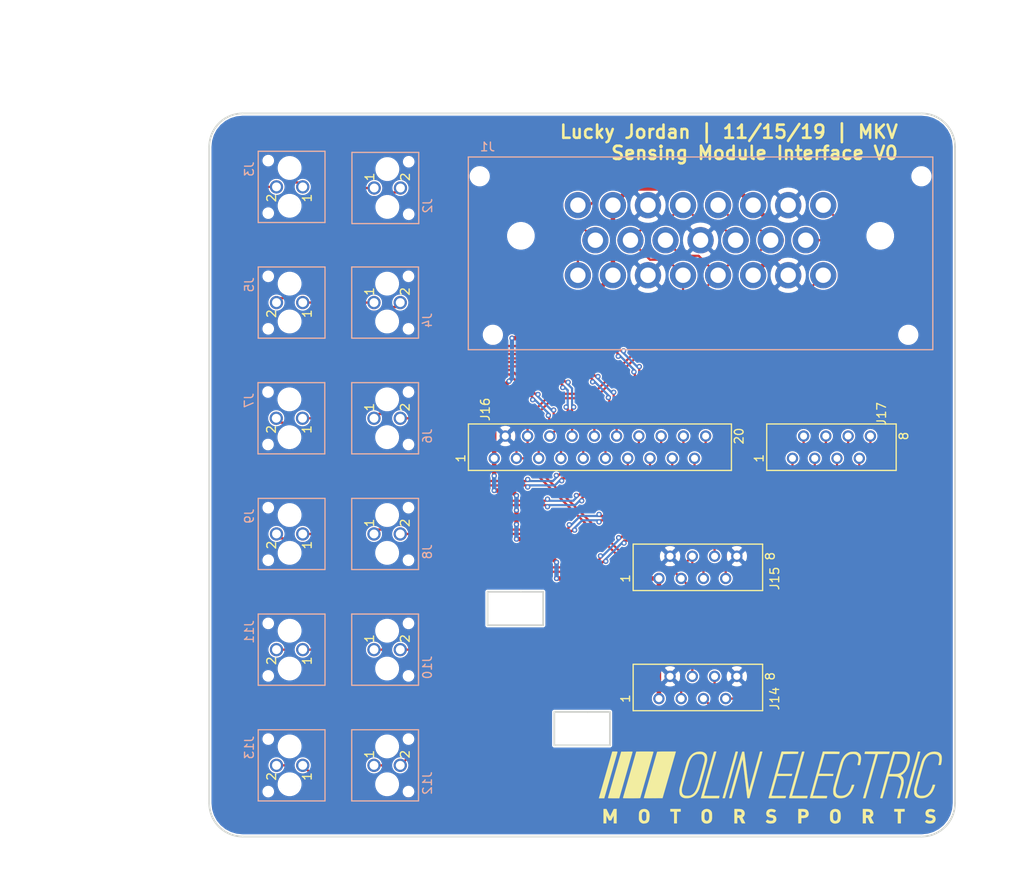
<source format=kicad_pcb>
(kicad_pcb (version 20171130) (host pcbnew 5.1.4-e60b266~84~ubuntu18.04.1)
  (layers (0 F.Cu signal) (31 B.Cu signal) (34 B.Paste user) (35 F.Paste user) (36 B.SilkS user) (37 F.SilkS user) (38 B.Mask user) (39 F.Mask user) (44 Edge.Cuts user))
  (net 0 "")
  (net 1 /12V)
  (net 2 /LINEAR_POT_-)
  (net 3 /GND)
  (net 4 /LINEAR_POT_SENSE)
  (net 5 /LINEAR_POT_+)
  (net 6 /HALL_EFFECT_-)
  (net 7 /HALL_EFFECT_SENSE)
  (net 8 /HALL_EFFECT_+)
  (net 9 /STRAIN_GAUGE_1_-)
  (net 10 /STRAIN_GAUGE_1_+)
  (net 11 /STRAIN_GAUGE_2_+)
  (net 12 /STRAIN_GAUGE_2_-)
  (net 13 /STRAIN_GAUGE_3_-)
  (net 14 /STRAIN_GAUGE_3_+)
  (net 15 /STRAIN_GAUGE_4_+)
  (net 16 /STRAIN_GAUGE_4_-)
  (net 17 /STRAIN_GAUGE_5_-)
  (net 18 /STRAIN_GAUGE_5_+)
  (net 19 /STRAIN_GAUGE_6_+)
  (net 20 /STRAIN_GAUGE_6_-)
  (net 21 /STRAIN_GAUGE_7_+)
  (net 22 /STRAIN_GAUGE_7_-)
  (net 23 /STRAIN_GAUGE_8_-)
  (net 24 /STRAIN_GAUGE_8_+)
  (net 25 /STRAIN_GAUGE_9_+)
  (net 26 /STRAIN_GAUGE_9_-)
  (net 27 /STRAIN_GAUGE_10_-)
  (net 28 /STRAIN_GAUGE_10_+)
  (net 29 /STRAIN_GAUGE_11_+)
  (net 30 /STRAIN_GAUGE_11_-)
  (net 31 /STRAIN_GAUGE_12_-)
  (net 32 /STRAIN_GAUGE_12_+)
  (net 33 /CAN_P)
  (net 34 /CAN_N)
  (module footprints:micromatch_female_ra_8 (layer F.Cu) (at 142.748 110.236 90)
    (fp_text reference J15 (at 0 8.128 90) (layer F.SilkS))
    (fp_text value MM_M_VT_08 hide)
    (fp_text user 8 (at 2.54 7.62 90) (layer F.SilkS))
    (fp_text user 1 (at 0 -8.89 90) (layer F.SilkS))
    (pad 5 thru_hole circle (at 0 0 90) (size 1.3 1.3) (drill 0.8) (layers *.Cu *.Mask) (net 5 /LINEAR_POT_+))
    (pad 3 thru_hole circle (at 0 -2.54 90) (size 1.3 1.3) (drill 0.8) (layers *.Cu *.Mask) (net 33 /CAN_P))
    (pad 1 thru_hole circle (at 0 -5.08 90) (size 1.3 1.3) (drill 0.8) (layers *.Cu *.Mask) (net 1 /12V))
    (pad 7 thru_hole circle (at 0 2.54 90) (size 1.3 1.3) (drill 0.8) (layers *.Cu *.Mask) (net 2 /LINEAR_POT_-))
    (pad 2 thru_hole circle (at 2.54 -3.81 90) (size 1.3 1.3) (drill 0.8) (layers *.Cu *.Mask) (net 3 /GND))
    (pad 4 thru_hole circle (at 2.54 -1.27 90) (size 1.3 1.3) (drill 0.8) (layers *.Cu *.Mask) (net 34 /CAN_N))
    (pad 6 thru_hole circle (at 2.54 1.27 90) (size 1.3 1.3) (drill 0.8) (layers *.Cu *.Mask) (net 4 /LINEAR_POT_SENSE))
    (pad 8 thru_hole circle (at 2.54 3.81 90) (size 1.3 1.3) (drill 0.8) (layers *.Cu *.Mask) (net 3 /GND))
  )
  (module footprints:Logo_Large (layer F.Cu) (at 150.368 134.112)
    (fp_text reference G*** hide)
    (fp_text value LOGO hide)
  )
  (module footprints:Ampseal_23 (layer B.Cu) (at 121.92 71.12)
    (fp_text reference J1 (at -3.81 -10.16) (layer B.SilkS) (effects (justify mirror)))
    (fp_text value Ampseal_23_VT)
    (pad "" np_thru_hole circle (at 41 0) (size 2.85 2.85) (drill 2.85) (layers *.Cu *.Mask))
    (pad "" np_thru_hole circle (at 45.7 -6.8) (size 2 2) (drill 2) (layers *.Cu *.Mask))
    (pad "" np_thru_hole circle (at -4.7 -6.8) (size 2 2) (drill 2) (layers *.Cu *.Mask))
    (pad "" np_thru_hole circle (at 44.2 11.3) (size 2 2) (drill 2) (layers *.Cu *.Mask))
    (pad "" np_thru_hole circle (at -3.2 11.3) (size 2 2) (drill 2) (layers *.Cu *.Mask))
    (pad 23 thru_hole circle (at 34.5 -3.5) (size 3 3) (drill 1.75) (layers *.Cu *.Mask) (net 2 /LINEAR_POT_-))
    (pad 17 thru_hole circle (at 10.5 -3.5) (size 3 3) (drill 1.75) (layers *.Cu *.Mask) (net 1 /12V))
    (pad 18 thru_hole circle (at 14.5 -3.5) (size 3 3) (drill 1.75) (layers *.Cu *.Mask) (net 3 /GND))
    (pad 19 thru_hole circle (at 18.5 -3.5) (size 3 3) (drill 1.75) (layers *.Cu *.Mask) (net 33 /CAN_P))
    (pad 20 thru_hole circle (at 22.5 -3.5) (size 3 3) (drill 1.75) (layers *.Cu *.Mask) (net 34 /CAN_N))
    (pad 21 thru_hole circle (at 26.5 -3.5) (size 3 3) (drill 1.75) (layers *.Cu *.Mask) (net 1 /12V))
    (pad 22 thru_hole circle (at 30.5 -3.5) (size 3 3) (drill 1.75) (layers *.Cu *.Mask) (net 3 /GND))
    (pad 10 thru_hole circle (at 12.5 0.5) (size 3 3) (drill 1.75) (layers *.Cu *.Mask) (net 33 /CAN_P))
    (pad 11 thru_hole circle (at 16.5 0.5) (size 3 3) (drill 1.75) (layers *.Cu *.Mask) (net 34 /CAN_N))
    (pad 13 thru_hole circle (at 24.5 0.5) (size 3 3) (drill 1.75) (layers *.Cu *.Mask) (net 33 /CAN_P))
    (pad 12 thru_hole circle (at 20.5 0.5) (size 3 3) (drill 1.75) (layers *.Cu *.Mask) (net 3 /GND))
    (pad 14 thru_hole circle (at 28.5 0.5) (size 3 3) (drill 1.75) (layers *.Cu *.Mask) (net 34 /CAN_N))
    (pad 15 thru_hole circle (at 32.5 0.5) (size 3 3) (drill 1.75) (layers *.Cu *.Mask) (net 4 /LINEAR_POT_SENSE))
    (pad 8 thru_hole circle (at 34.5 4.5) (size 3 3) (drill 1.75) (layers *.Cu *.Mask) (net 5 /LINEAR_POT_+))
    (pad 7 thru_hole circle (at 30.5 4.5) (size 3 3) (drill 1.75) (layers *.Cu *.Mask) (net 3 /GND))
    (pad 6 thru_hole circle (at 26.5 4.5) (size 3 3) (drill 1.75) (layers *.Cu *.Mask) (net 1 /12V))
    (pad 4 thru_hole circle (at 18.5 4.5) (size 3 3) (drill 1.75) (layers *.Cu *.Mask) (net 33 /CAN_P))
    (pad 5 thru_hole circle (at 22.5 4.5) (size 3 3) (drill 1.75) (layers *.Cu *.Mask) (net 34 /CAN_N))
    (pad 3 thru_hole circle (at 14.5 4.5) (size 3 3) (drill 1.75) (layers *.Cu *.Mask) (net 3 /GND))
    (pad 2 thru_hole circle (at 10.5 4.5) (size 3 3) (drill 1.75) (layers *.Cu *.Mask) (net 1 /12V))
    (pad 16 thru_hole circle (at 6.5 -3.5) (size 3 3) (drill 1.75) (layers *.Cu *.Mask) (net 6 /HALL_EFFECT_-))
    (pad 9 thru_hole circle (at 8.5 0.5) (size 3 3) (drill 1.75) (layers *.Cu *.Mask) (net 7 /HALL_EFFECT_SENSE))
    (pad 1 thru_hole circle (at 6.5 4.5) (size 3 3) (drill 1.75) (layers *.Cu *.Mask) (net 8 /HALL_EFFECT_+))
    (pad "" np_thru_hole circle (at 0 0) (size 2.85 2.85) (drill 2.85) (layers *.Cu *.Mask))
  )
  (module footprints:MicroFit_V_2 (layer B.Cu) (at 105.1814 65.659 90)
    (fp_text reference J2 (at -2.032 6.096 90) (layer B.SilkS) (effects (justify mirror)))
    (fp_text value MicroFit_V_2)
    (fp_text user 1 (at 1.27 -0.508 90) (layer F.SilkS))
    (fp_text user 2 (at 1.27 3.556 90) (layer F.SilkS))
    (pad 1 thru_hole circle (at 0 0 90) (size 1.524 1.524) (drill 1.016) (layers *.Cu *.Mask) (net 10 /STRAIN_GAUGE_1_+))
    (pad 2 thru_hole circle (at 0 2.9972 90) (size 1.524 1.524) (drill 1.016) (layers *.Cu *.Mask) (net 9 /STRAIN_GAUGE_1_-))
    (pad "" np_thru_hole circle (at 2.159 1.4986 90) (size 2.413 2.413) (drill 2.413) (layers *.Cu *.Mask))
    (pad "" np_thru_hole circle (at -2.159 1.4986 90) (size 2.413 2.413) (drill 2.413) (layers *.Cu *.Mask))
    (pad "" np_thru_hole circle (at -2.9972 3.937 90) (size 1.016 1.016) (drill 1.016) (layers *.Cu *.Mask))
    (pad "" np_thru_hole circle (at 2.9972 3.937 90) (size 1.016 1.016) (drill 1.016) (layers *.Cu *.Mask))
  )
  (module footprints:MicroFit_V_2 (layer B.Cu) (at 97.028 65.532 270)
    (fp_text reference J3 (at -2.032 6.096 90) (layer B.SilkS) (effects (justify mirror)))
    (fp_text value MicroFit_V_2)
    (fp_text user 2 (at 1.27 3.556 90) (layer F.SilkS))
    (fp_text user 1 (at 1.27 -0.508 90) (layer F.SilkS))
    (pad "" np_thru_hole circle (at 2.9972 3.937 270) (size 1.016 1.016) (drill 1.016) (layers *.Cu *.Mask))
    (pad "" np_thru_hole circle (at -2.9972 3.937 270) (size 1.016 1.016) (drill 1.016) (layers *.Cu *.Mask))
    (pad "" np_thru_hole circle (at -2.159 1.4986 270) (size 2.413 2.413) (drill 2.413) (layers *.Cu *.Mask))
    (pad "" np_thru_hole circle (at 2.159 1.4986 270) (size 2.413 2.413) (drill 2.413) (layers *.Cu *.Mask))
    (pad 2 thru_hole circle (at 0 2.9972 270) (size 1.524 1.524) (drill 1.016) (layers *.Cu *.Mask) (net 12 /STRAIN_GAUGE_2_-))
    (pad 1 thru_hole circle (at 0 0 270) (size 1.524 1.524) (drill 1.016) (layers *.Cu *.Mask) (net 11 /STRAIN_GAUGE_2_+))
  )
  (module footprints:MicroFit_V_2 (layer B.Cu) (at 105.156 78.74 90)
    (fp_text reference J4 (at -2.032 6.096 90) (layer B.SilkS) (effects (justify mirror)))
    (fp_text value MicroFit_V_2)
    (fp_text user 2 (at 1.27 3.556 90) (layer F.SilkS))
    (fp_text user 1 (at 1.27 -0.508 90) (layer F.SilkS))
    (pad "" np_thru_hole circle (at 2.9972 3.937 90) (size 1.016 1.016) (drill 1.016) (layers *.Cu *.Mask))
    (pad "" np_thru_hole circle (at -2.9972 3.937 90) (size 1.016 1.016) (drill 1.016) (layers *.Cu *.Mask))
    (pad "" np_thru_hole circle (at -2.159 1.4986 90) (size 2.413 2.413) (drill 2.413) (layers *.Cu *.Mask))
    (pad "" np_thru_hole circle (at 2.159 1.4986 90) (size 2.413 2.413) (drill 2.413) (layers *.Cu *.Mask))
    (pad 2 thru_hole circle (at 0 2.9972 90) (size 1.524 1.524) (drill 1.016) (layers *.Cu *.Mask) (net 13 /STRAIN_GAUGE_3_-))
    (pad 1 thru_hole circle (at 0 0 90) (size 1.524 1.524) (drill 1.016) (layers *.Cu *.Mask) (net 14 /STRAIN_GAUGE_3_+))
  )
  (module footprints:MicroFit_V_2 (layer B.Cu) (at 97.028 78.74 270)
    (fp_text reference J5 (at -2.032 6.096 90) (layer B.SilkS) (effects (justify mirror)))
    (fp_text value MicroFit_V_2)
    (fp_text user 1 (at 1.27 -0.508 90) (layer F.SilkS))
    (fp_text user 2 (at 1.27 3.556 90) (layer F.SilkS))
    (pad 1 thru_hole circle (at 0 0 270) (size 1.524 1.524) (drill 1.016) (layers *.Cu *.Mask) (net 15 /STRAIN_GAUGE_4_+))
    (pad 2 thru_hole circle (at 0 2.9972 270) (size 1.524 1.524) (drill 1.016) (layers *.Cu *.Mask) (net 16 /STRAIN_GAUGE_4_-))
    (pad "" np_thru_hole circle (at 2.159 1.4986 270) (size 2.413 2.413) (drill 2.413) (layers *.Cu *.Mask))
    (pad "" np_thru_hole circle (at -2.159 1.4986 270) (size 2.413 2.413) (drill 2.413) (layers *.Cu *.Mask))
    (pad "" np_thru_hole circle (at -2.9972 3.937 270) (size 1.016 1.016) (drill 1.016) (layers *.Cu *.Mask))
    (pad "" np_thru_hole circle (at 2.9972 3.937 270) (size 1.016 1.016) (drill 1.016) (layers *.Cu *.Mask))
  )
  (module footprints:MicroFit_V_2 (layer B.Cu) (at 105.156 91.948 90)
    (fp_text reference J6 (at -2.032 6.096 90) (layer B.SilkS) (effects (justify mirror)))
    (fp_text value MicroFit_V_2)
    (fp_text user 1 (at 1.27 -0.508 90) (layer F.SilkS))
    (fp_text user 2 (at 1.27 3.556 90) (layer F.SilkS))
    (pad 1 thru_hole circle (at 0 0 90) (size 1.524 1.524) (drill 1.016) (layers *.Cu *.Mask) (net 18 /STRAIN_GAUGE_5_+))
    (pad 2 thru_hole circle (at 0 2.9972 90) (size 1.524 1.524) (drill 1.016) (layers *.Cu *.Mask) (net 17 /STRAIN_GAUGE_5_-))
    (pad "" np_thru_hole circle (at 2.159 1.4986 90) (size 2.413 2.413) (drill 2.413) (layers *.Cu *.Mask))
    (pad "" np_thru_hole circle (at -2.159 1.4986 90) (size 2.413 2.413) (drill 2.413) (layers *.Cu *.Mask))
    (pad "" np_thru_hole circle (at -2.9972 3.937 90) (size 1.016 1.016) (drill 1.016) (layers *.Cu *.Mask))
    (pad "" np_thru_hole circle (at 2.9972 3.937 90) (size 1.016 1.016) (drill 1.016) (layers *.Cu *.Mask))
  )
  (module footprints:MicroFit_V_2 (layer B.Cu) (at 97.0026 91.948 270)
    (fp_text reference J7 (at -2.032 6.096 90) (layer B.SilkS) (effects (justify mirror)))
    (fp_text value MicroFit_V_2)
    (fp_text user 2 (at 1.27 3.556 90) (layer F.SilkS))
    (fp_text user 1 (at 1.27 -0.508 90) (layer F.SilkS))
    (pad "" np_thru_hole circle (at 2.9972 3.937 270) (size 1.016 1.016) (drill 1.016) (layers *.Cu *.Mask))
    (pad "" np_thru_hole circle (at -2.9972 3.937 270) (size 1.016 1.016) (drill 1.016) (layers *.Cu *.Mask))
    (pad "" np_thru_hole circle (at -2.159 1.4986 270) (size 2.413 2.413) (drill 2.413) (layers *.Cu *.Mask))
    (pad "" np_thru_hole circle (at 2.159 1.4986 270) (size 2.413 2.413) (drill 2.413) (layers *.Cu *.Mask))
    (pad 2 thru_hole circle (at 0 2.9972 270) (size 1.524 1.524) (drill 1.016) (layers *.Cu *.Mask) (net 20 /STRAIN_GAUGE_6_-))
    (pad 1 thru_hole circle (at 0 0 270) (size 1.524 1.524) (drill 1.016) (layers *.Cu *.Mask) (net 19 /STRAIN_GAUGE_6_+))
  )
  (module footprints:MicroFit_V_2 (layer B.Cu) (at 105.156 105.156 90)
    (fp_text reference J8 (at -2.032 6.096 90) (layer B.SilkS) (effects (justify mirror)))
    (fp_text value MicroFit_V_2)
    (fp_text user 2 (at 1.27 3.556 90) (layer F.SilkS))
    (fp_text user 1 (at 1.27 -0.508 90) (layer F.SilkS))
    (pad "" np_thru_hole circle (at 2.9972 3.937 90) (size 1.016 1.016) (drill 1.016) (layers *.Cu *.Mask))
    (pad "" np_thru_hole circle (at -2.9972 3.937 90) (size 1.016 1.016) (drill 1.016) (layers *.Cu *.Mask))
    (pad "" np_thru_hole circle (at -2.159 1.4986 90) (size 2.413 2.413) (drill 2.413) (layers *.Cu *.Mask))
    (pad "" np_thru_hole circle (at 2.159 1.4986 90) (size 2.413 2.413) (drill 2.413) (layers *.Cu *.Mask))
    (pad 2 thru_hole circle (at 0 2.9972 90) (size 1.524 1.524) (drill 1.016) (layers *.Cu *.Mask) (net 22 /STRAIN_GAUGE_7_-))
    (pad 1 thru_hole circle (at 0 0 90) (size 1.524 1.524) (drill 1.016) (layers *.Cu *.Mask) (net 21 /STRAIN_GAUGE_7_+))
  )
  (module footprints:MicroFit_V_2 (layer B.Cu) (at 97.028 105.156 270)
    (fp_text reference J9 (at -2.032 6.096 90) (layer B.SilkS) (effects (justify mirror)))
    (fp_text value MicroFit_V_2)
    (fp_text user 1 (at 1.27 -0.508 90) (layer F.SilkS))
    (fp_text user 2 (at 1.27 3.556 90) (layer F.SilkS))
    (pad 1 thru_hole circle (at 0 0 270) (size 1.524 1.524) (drill 1.016) (layers *.Cu *.Mask) (net 24 /STRAIN_GAUGE_8_+))
    (pad 2 thru_hole circle (at 0 2.9972 270) (size 1.524 1.524) (drill 1.016) (layers *.Cu *.Mask) (net 23 /STRAIN_GAUGE_8_-))
    (pad "" np_thru_hole circle (at 2.159 1.4986 270) (size 2.413 2.413) (drill 2.413) (layers *.Cu *.Mask))
    (pad "" np_thru_hole circle (at -2.159 1.4986 270) (size 2.413 2.413) (drill 2.413) (layers *.Cu *.Mask))
    (pad "" np_thru_hole circle (at -2.9972 3.937 270) (size 1.016 1.016) (drill 1.016) (layers *.Cu *.Mask))
    (pad "" np_thru_hole circle (at 2.9972 3.937 270) (size 1.016 1.016) (drill 1.016) (layers *.Cu *.Mask))
  )
  (module footprints:MicroFit_V_2 (layer B.Cu) (at 105.156 118.364 90)
    (fp_text reference J10 (at -2.032 6.096 90) (layer B.SilkS) (effects (justify mirror)))
    (fp_text value MicroFit_V_2)
    (fp_text user 2 (at 1.27 3.556 90) (layer F.SilkS))
    (fp_text user 1 (at 1.27 -0.508 90) (layer F.SilkS))
    (pad "" np_thru_hole circle (at 2.9972 3.937 90) (size 1.016 1.016) (drill 1.016) (layers *.Cu *.Mask))
    (pad "" np_thru_hole circle (at -2.9972 3.937 90) (size 1.016 1.016) (drill 1.016) (layers *.Cu *.Mask))
    (pad "" np_thru_hole circle (at -2.159 1.4986 90) (size 2.413 2.413) (drill 2.413) (layers *.Cu *.Mask))
    (pad "" np_thru_hole circle (at 2.159 1.4986 90) (size 2.413 2.413) (drill 2.413) (layers *.Cu *.Mask))
    (pad 2 thru_hole circle (at 0 2.9972 90) (size 1.524 1.524) (drill 1.016) (layers *.Cu *.Mask) (net 26 /STRAIN_GAUGE_9_-))
    (pad 1 thru_hole circle (at 0 0 90) (size 1.524 1.524) (drill 1.016) (layers *.Cu *.Mask) (net 25 /STRAIN_GAUGE_9_+))
  )
  (module footprints:MicroFit_V_2 (layer B.Cu) (at 97.028 118.364 270)
    (fp_text reference J11 (at -2.032 6.096 90) (layer B.SilkS) (effects (justify mirror)))
    (fp_text value MicroFit_V_2)
    (fp_text user 1 (at 1.27 -0.508 90) (layer F.SilkS))
    (fp_text user 2 (at 1.27 3.556 90) (layer F.SilkS))
    (pad 1 thru_hole circle (at 0 0 270) (size 1.524 1.524) (drill 1.016) (layers *.Cu *.Mask) (net 28 /STRAIN_GAUGE_10_+))
    (pad 2 thru_hole circle (at 0 2.9972 270) (size 1.524 1.524) (drill 1.016) (layers *.Cu *.Mask) (net 27 /STRAIN_GAUGE_10_-))
    (pad "" np_thru_hole circle (at 2.159 1.4986 270) (size 2.413 2.413) (drill 2.413) (layers *.Cu *.Mask))
    (pad "" np_thru_hole circle (at -2.159 1.4986 270) (size 2.413 2.413) (drill 2.413) (layers *.Cu *.Mask))
    (pad "" np_thru_hole circle (at -2.9972 3.937 270) (size 1.016 1.016) (drill 1.016) (layers *.Cu *.Mask))
    (pad "" np_thru_hole circle (at 2.9972 3.937 270) (size 1.016 1.016) (drill 1.016) (layers *.Cu *.Mask))
  )
  (module footprints:MicroFit_V_2 (layer B.Cu) (at 105.156 131.572 90)
    (fp_text reference J12 (at -2.032 6.096 90) (layer B.SilkS) (effects (justify mirror)))
    (fp_text value MicroFit_V_2)
    (fp_text user 2 (at 1.27 3.556 90) (layer F.SilkS))
    (fp_text user 1 (at 1.27 -0.508 90) (layer F.SilkS))
    (pad "" np_thru_hole circle (at 2.9972 3.937 90) (size 1.016 1.016) (drill 1.016) (layers *.Cu *.Mask))
    (pad "" np_thru_hole circle (at -2.9972 3.937 90) (size 1.016 1.016) (drill 1.016) (layers *.Cu *.Mask))
    (pad "" np_thru_hole circle (at -2.159 1.4986 90) (size 2.413 2.413) (drill 2.413) (layers *.Cu *.Mask))
    (pad "" np_thru_hole circle (at 2.159 1.4986 90) (size 2.413 2.413) (drill 2.413) (layers *.Cu *.Mask))
    (pad 2 thru_hole circle (at 0 2.9972 90) (size 1.524 1.524) (drill 1.016) (layers *.Cu *.Mask) (net 30 /STRAIN_GAUGE_11_-))
    (pad 1 thru_hole circle (at 0 0 90) (size 1.524 1.524) (drill 1.016) (layers *.Cu *.Mask) (net 29 /STRAIN_GAUGE_11_+))
  )
  (module footprints:MicroFit_V_2 (layer B.Cu) (at 97.028 131.572 270)
    (fp_text reference J13 (at -2.032 6.096 90) (layer B.SilkS) (effects (justify mirror)))
    (fp_text value MicroFit_V_2)
    (fp_text user 1 (at 1.27 -0.508 90) (layer F.SilkS))
    (fp_text user 2 (at 1.27 3.556 90) (layer F.SilkS))
    (pad 1 thru_hole circle (at 0 0 270) (size 1.524 1.524) (drill 1.016) (layers *.Cu *.Mask) (net 32 /STRAIN_GAUGE_12_+))
    (pad 2 thru_hole circle (at 0 2.9972 270) (size 1.524 1.524) (drill 1.016) (layers *.Cu *.Mask) (net 31 /STRAIN_GAUGE_12_-))
    (pad "" np_thru_hole circle (at 2.159 1.4986 270) (size 2.413 2.413) (drill 2.413) (layers *.Cu *.Mask))
    (pad "" np_thru_hole circle (at -2.159 1.4986 270) (size 2.413 2.413) (drill 2.413) (layers *.Cu *.Mask))
    (pad "" np_thru_hole circle (at -2.9972 3.937 270) (size 1.016 1.016) (drill 1.016) (layers *.Cu *.Mask))
    (pad "" np_thru_hole circle (at 2.9972 3.937 270) (size 1.016 1.016) (drill 1.016) (layers *.Cu *.Mask))
  )
  (module footprints:micromatch_female_ra_8 (layer F.Cu) (at 142.748 123.952 90)
    (fp_text reference J14 (at 0 8.128 90) (layer F.SilkS))
    (fp_text value MM_M_VT_08 hide)
    (fp_text user 1 (at 0 -8.89 90) (layer F.SilkS))
    (fp_text user 8 (at 2.54 7.62 90) (layer F.SilkS))
    (pad 8 thru_hole circle (at 2.54 3.81 90) (size 1.3 1.3) (drill 0.8) (layers *.Cu *.Mask) (net 3 /GND))
    (pad 6 thru_hole circle (at 2.54 1.27 90) (size 1.3 1.3) (drill 0.8) (layers *.Cu *.Mask) (net 7 /HALL_EFFECT_SENSE))
    (pad 4 thru_hole circle (at 2.54 -1.27 90) (size 1.3 1.3) (drill 0.8) (layers *.Cu *.Mask) (net 34 /CAN_N))
    (pad 2 thru_hole circle (at 2.54 -3.81 90) (size 1.3 1.3) (drill 0.8) (layers *.Cu *.Mask) (net 3 /GND))
    (pad 7 thru_hole circle (at 0 2.54 90) (size 1.3 1.3) (drill 0.8) (layers *.Cu *.Mask) (net 6 /HALL_EFFECT_-))
    (pad 1 thru_hole circle (at 0 -5.08 90) (size 1.3 1.3) (drill 0.8) (layers *.Cu *.Mask) (net 1 /12V))
    (pad 3 thru_hole circle (at 0 -2.54 90) (size 1.3 1.3) (drill 0.8) (layers *.Cu *.Mask) (net 33 /CAN_P))
    (pad 5 thru_hole circle (at 0 0 90) (size 1.3 1.3) (drill 0.8) (layers *.Cu *.Mask) (net 8 /HALL_EFFECT_+))
  )
  (module footprints:micromatch_female_ra_20 (layer F.Cu) (at 123.952 96.52 90)
    (fp_text reference J16 (at 5.588 -6.096 90) (layer F.SilkS))
    (fp_text value MM_M_VT_20 hide)
    (fp_text user 20 (at 2.54 22.86 90) (layer F.SilkS))
    (fp_text user 1 (at 0 -8.89 90) (layer F.SilkS))
    (pad 5 thru_hole circle (at 0 0 90) (size 1.3 1.3) (drill 0.8) (layers *.Cu *.Mask) (net 10 /STRAIN_GAUGE_1_+))
    (pad 3 thru_hole circle (at 0 -2.54 90) (size 1.3 1.3) (drill 0.8) (layers *.Cu *.Mask) (net 33 /CAN_P))
    (pad 1 thru_hole circle (at 0 -5.08 90) (size 1.3 1.3) (drill 0.8) (layers *.Cu *.Mask) (net 1 /12V))
    (pad 7 thru_hole circle (at 0 2.54 90) (size 1.3 1.3) (drill 0.8) (layers *.Cu *.Mask) (net 11 /STRAIN_GAUGE_2_+))
    (pad 2 thru_hole circle (at 2.54 -3.81 90) (size 1.3 1.3) (drill 0.8) (layers *.Cu *.Mask) (net 3 /GND))
    (pad 4 thru_hole circle (at 2.54 -1.27 90) (size 1.3 1.3) (drill 0.8) (layers *.Cu *.Mask) (net 34 /CAN_N))
    (pad 6 thru_hole circle (at 2.54 1.27 90) (size 1.3 1.3) (drill 0.8) (layers *.Cu *.Mask) (net 9 /STRAIN_GAUGE_1_-))
    (pad 8 thru_hole circle (at 2.54 3.81 90) (size 1.3 1.3) (drill 0.8) (layers *.Cu *.Mask) (net 12 /STRAIN_GAUGE_2_-))
    (pad 9 thru_hole circle (at 0 5.08 90) (size 1.3 1.3) (drill 0.8) (layers *.Cu *.Mask) (net 14 /STRAIN_GAUGE_3_+))
    (pad 10 thru_hole circle (at 2.54 6.35 90) (size 1.3 1.3) (drill 0.8) (layers *.Cu *.Mask) (net 13 /STRAIN_GAUGE_3_-))
    (pad 11 thru_hole circle (at 0 7.62 90) (size 1.3 1.3) (drill 0.8) (layers *.Cu *.Mask) (net 15 /STRAIN_GAUGE_4_+))
    (pad 12 thru_hole circle (at 2.54 8.89 90) (size 1.3 1.3) (drill 0.8) (layers *.Cu *.Mask) (net 16 /STRAIN_GAUGE_4_-))
    (pad 13 thru_hole circle (at 0 10.16 90) (size 1.3 1.3) (drill 0.8) (layers *.Cu *.Mask) (net 18 /STRAIN_GAUGE_5_+))
    (pad 14 thru_hole circle (at 2.54 11.43 90) (size 1.3 1.3) (drill 0.8) (layers *.Cu *.Mask) (net 17 /STRAIN_GAUGE_5_-))
    (pad 15 thru_hole circle (at 0 12.7 90) (size 1.3 1.3) (drill 0.8) (layers *.Cu *.Mask) (net 19 /STRAIN_GAUGE_6_+))
    (pad 16 thru_hole circle (at 2.54 13.97 90) (size 1.3 1.3) (drill 0.8) (layers *.Cu *.Mask) (net 20 /STRAIN_GAUGE_6_-))
    (pad 17 thru_hole circle (at 0 15.24 90) (size 1.3 1.3) (drill 0.8) (layers *.Cu *.Mask) (net 21 /STRAIN_GAUGE_7_+))
    (pad 18 thru_hole circle (at 2.54 16.51 90) (size 1.3 1.3) (drill 0.8) (layers *.Cu *.Mask) (net 22 /STRAIN_GAUGE_7_-))
    (pad 19 thru_hole circle (at 0 17.78 90) (size 1.3 1.3) (drill 0.8) (layers *.Cu *.Mask) (net 24 /STRAIN_GAUGE_8_+))
    (pad 20 thru_hole circle (at 2.54 19.05 90) (size 1.3 1.3) (drill 0.8) (layers *.Cu *.Mask) (net 23 /STRAIN_GAUGE_8_-))
  )
  (module footprints:micromatch_female_ra_8 (layer F.Cu) (at 157.988 96.52 90)
    (fp_text reference J17 (at 5.08 5.08 90) (layer F.SilkS))
    (fp_text value MM_M_VT_08 hide)
    (fp_text user 8 (at 2.54 7.62 90) (layer F.SilkS))
    (fp_text user 1 (at 0 -8.89 90) (layer F.SilkS))
    (pad 5 thru_hole circle (at 0 0 90) (size 1.3 1.3) (drill 0.8) (layers *.Cu *.Mask) (net 29 /STRAIN_GAUGE_11_+))
    (pad 3 thru_hole circle (at 0 -2.54 90) (size 1.3 1.3) (drill 0.8) (layers *.Cu *.Mask) (net 28 /STRAIN_GAUGE_10_+))
    (pad 1 thru_hole circle (at 0 -5.08 90) (size 1.3 1.3) (drill 0.8) (layers *.Cu *.Mask) (net 25 /STRAIN_GAUGE_9_+))
    (pad 7 thru_hole circle (at 0 2.54 90) (size 1.3 1.3) (drill 0.8) (layers *.Cu *.Mask) (net 32 /STRAIN_GAUGE_12_+))
    (pad 2 thru_hole circle (at 2.54 -3.81 90) (size 1.3 1.3) (drill 0.8) (layers *.Cu *.Mask) (net 26 /STRAIN_GAUGE_9_-))
    (pad 4 thru_hole circle (at 2.54 -1.27 90) (size 1.3 1.3) (drill 0.8) (layers *.Cu *.Mask) (net 27 /STRAIN_GAUGE_10_-))
    (pad 6 thru_hole circle (at 2.54 1.27 90) (size 1.3 1.3) (drill 0.8) (layers *.Cu *.Mask) (net 30 /STRAIN_GAUGE_11_-))
    (pad 8 thru_hole circle (at 2.54 3.81 90) (size 1.3 1.3) (drill 0.8) (layers *.Cu *.Mask) (net 31 /STRAIN_GAUGE_12_-))
  )
  (gr_line (start 124.46 111.76) (end 124.46 115.57) (layer Edge.Cuts) (width 0.2))
  (gr_line (start 118.11 115.57) (end 118.11 111.76) (layer Edge.Cuts) (width 0.2))
  (gr_line (start 121.92 111.76) (end 124.46 111.76) (layer Edge.Cuts) (width 0.2))
  (gr_line (start 124.46 115.57) (end 118.11 115.57) (layer Edge.Cuts) (width 0.2))
  (gr_line (start 118.11 111.76) (end 121.92 111.76) (layer Edge.Cuts) (width 0.2))
  (gr_line (start 125.73 129.286) (end 125.73 125.476) (layer Edge.Cuts) (width 0.2))
  (gr_line (start 132.08 129.286) (end 125.73 129.286) (layer Edge.Cuts) (width 0.2))
  (gr_line (start 132.08 125.476) (end 132.08 129.286) (layer Edge.Cuts) (width 0.2))
  (gr_line (start 129.54 125.476) (end 132.08 125.476) (layer Edge.Cuts) (width 0.2))
  (gr_line (start 125.73 125.476) (end 129.54 125.476) (layer Edge.Cuts) (width 0.2))
  (gr_line (start 171.45 135.890001) (end 171.45 60.96) (layer Edge.Cuts) (width 0.2))
  (gr_text "Lucky Jordan | 11/15/19 | MKV\nSensing Module Interface V0" (at 165.1 60.452) (layer F.SilkS) (effects (font (size 1.5 1.5) (thickness 0.3)) (justify right)))
  (gr_arc (start 167.64 60.96) (end 171.45 60.96) (angle -90) (layer Edge.Cuts) (width 0.2))
  (gr_line (start 86.36 60.96) (end 86.36 135.890001) (layer Edge.Cuts) (width 0.2))
  (gr_arc (start 90.17 60.96) (end 90.17 57.15) (angle -90) (layer Edge.Cuts) (width 0.2))
  (gr_line (start 90.169999 139.7) (end 167.64 139.7) (layer Edge.Cuts) (width 0.2))
  (gr_arc (start 90.17 135.890001) (end 86.360001 135.89) (angle -90) (layer Edge.Cuts) (width 0.2))
  (gr_arc (start 167.64 135.890001) (end 167.64 139.7) (angle -90) (layer Edge.Cuts) (width 0.2))
  (gr_line (start 167.64 57.15) (end 90.169999 57.15) (layer Edge.Cuts) (width 0.2))
  (via (at 120.904 82.804) (size 0.6096) (drill 0.3048) (layers F.Cu B.Cu) (net 1))
  (segment (start 132.42 75.62) (end 125.236 82.804) (width 0.508) (layer F.Cu) (net 1))
  (segment (start 125.236 82.804) (end 120.904 82.804) (width 0.508) (layer F.Cu) (net 1))
  (via (at 120.566717 87.713283) (size 0.6096) (drill 0.3048) (layers F.Cu B.Cu) (net 1))
  (segment (start 120.904 82.804) (end 120.904 87.376) (width 0.508) (layer B.Cu) (net 1))
  (segment (start 120.904 87.376) (end 120.566717 87.713283) (width 0.508) (layer B.Cu) (net 1))
  (segment (start 118.872 89.408) (end 118.872 96.52) (width 0.508) (layer F.Cu) (net 1))
  (segment (start 120.566717 87.713283) (end 118.872 89.408) (width 0.508) (layer F.Cu) (net 1))
  (via (at 118.872 98.524868) (size 0.6096) (drill 0.3048) (layers F.Cu B.Cu) (net 1))
  (segment (start 118.872 96.52) (end 118.872 98.524868) (width 0.508) (layer F.Cu) (net 1))
  (via (at 118.872 100.197268) (size 0.6096) (drill 0.3048) (layers F.Cu B.Cu) (net 1))
  (segment (start 118.872 98.524868) (end 118.872 100.197268) (width 0.508) (layer B.Cu) (net 1))
  (via (at 121.412 100.780314) (size 0.6096) (drill 0.3048) (layers F.Cu B.Cu) (net 1))
  (segment (start 118.872 100.197268) (end 120.828954 100.197268) (width 0.508) (layer F.Cu) (net 1))
  (segment (start 120.828954 100.197268) (end 121.412 100.780314) (width 0.508) (layer F.Cu) (net 1))
  (via (at 121.412 102.452714) (size 0.6096) (drill 0.3048) (layers F.Cu B.Cu) (net 1))
  (segment (start 121.412 100.780314) (end 121.412 102.452714) (width 0.508) (layer B.Cu) (net 1))
  (via (at 121.412 104.0678) (size 0.6096) (drill 0.3048) (layers F.Cu B.Cu) (net 1))
  (segment (start 121.412 102.452714) (end 121.412 104.0678) (width 0.508) (layer F.Cu) (net 1))
  (via (at 121.412 105.7402) (size 0.6096) (drill 0.3048) (layers F.Cu B.Cu) (net 1))
  (segment (start 121.412 104.0678) (end 121.412 105.7402) (width 0.508) (layer B.Cu) (net 1))
  (via (at 125.984 108.3838) (size 0.6096) (drill 0.3048) (layers F.Cu B.Cu) (net 1))
  (segment (start 121.412 105.7402) (end 123.3404 105.7402) (width 0.508) (layer F.Cu) (net 1))
  (segment (start 123.3404 105.7402) (end 125.984 108.3838) (width 0.508) (layer F.Cu) (net 1))
  (via (at 125.984 110.236) (size 0.6096) (drill 0.3048) (layers F.Cu B.Cu) (net 1))
  (segment (start 125.984 108.3838) (end 125.984 110.236) (width 0.508) (layer B.Cu) (net 1))
  (segment (start 125.984 110.236) (end 137.668 110.236) (width 0.508) (layer F.Cu) (net 1))
  (segment (start 137.668 110.236) (end 137.668 123.952) (width 0.508) (layer F.Cu) (net 1))
  (segment (start 132.42 75.62) (end 132.42 67.62) (width 0.508) (layer F.Cu) (net 1))
  (segment (start 146.513599 65.713599) (end 146.920001 66.120001) (width 0.508) (layer F.Cu) (net 1))
  (segment (start 146.920001 66.120001) (end 148.42 67.62) (width 0.508) (layer F.Cu) (net 1))
  (segment (start 134.326401 65.713599) (end 146.513599 65.713599) (width 0.508) (layer F.Cu) (net 1))
  (segment (start 132.42 67.62) (end 134.326401 65.713599) (width 0.508) (layer F.Cu) (net 1))
  (segment (start 150.741473 69.119999) (end 149.919999 69.119999) (width 0.508) (layer F.Cu) (net 1))
  (segment (start 152.326401 70.704927) (end 150.741473 69.119999) (width 0.508) (layer F.Cu) (net 1))
  (segment (start 152.326401 72.717599) (end 152.326401 70.704927) (width 0.508) (layer F.Cu) (net 1))
  (segment (start 149.919999 69.119999) (end 148.42 67.62) (width 0.508) (layer F.Cu) (net 1))
  (segment (start 151.330401 73.713599) (end 152.326401 72.717599) (width 0.508) (layer F.Cu) (net 1))
  (segment (start 150.326401 73.713599) (end 151.330401 73.713599) (width 0.508) (layer F.Cu) (net 1))
  (segment (start 148.42 75.62) (end 150.326401 73.713599) (width 0.508) (layer F.Cu) (net 1))
  (segment (start 145.288 99.1935) (end 145.288 110.236) (width 0.254) (layer F.Cu) (net 2))
  (segment (start 155.732819 88.748681) (end 145.288 99.1935) (width 0.254) (layer F.Cu) (net 2))
  (segment (start 159.004 76.26675) (end 155.73282 79.53793) (width 0.254) (layer F.Cu) (net 2))
  (segment (start 155.73282 79.53793) (end 155.732819 88.748681) (width 0.254) (layer F.Cu) (net 2))
  (segment (start 156.42 67.62) (end 159.004 70.204) (width 0.254) (layer F.Cu) (net 2))
  (segment (start 159.004 70.204) (end 159.004 76.26675) (width 0.254) (layer F.Cu) (net 2))
  (segment (start 158.199401 73.278081) (end 158.199401 76.496599) (width 0.254) (layer F.Cu) (net 4))
  (segment (start 154.42 71.62) (end 156.54132 71.62) (width 0.254) (layer F.Cu) (net 4))
  (segment (start 156.54132 71.62) (end 158.199401 73.278081) (width 0.254) (layer F.Cu) (net 4))
  (segment (start 155.326411 79.369589) (end 155.32641 88.58034) (width 0.254) (layer F.Cu) (net 4))
  (segment (start 158.199401 76.496599) (end 155.326411 79.369589) (width 0.254) (layer F.Cu) (net 4))
  (segment (start 144.018 99.88875) (end 144.018 107.696) (width 0.254) (layer F.Cu) (net 4))
  (segment (start 155.32641 88.58034) (end 144.018 99.88875) (width 0.254) (layer F.Cu) (net 4))
  (segment (start 154.920001 77.119999) (end 154.920001 88.411999) (width 0.254) (layer F.Cu) (net 5))
  (segment (start 156.42 75.62) (end 154.920001 77.119999) (width 0.254) (layer F.Cu) (net 5))
  (segment (start 143.088599 108.976163) (end 142.748 109.316762) (width 0.254) (layer F.Cu) (net 5))
  (segment (start 143.088599 100.243401) (end 143.088599 108.976163) (width 0.254) (layer F.Cu) (net 5))
  (segment (start 142.748 109.316762) (end 142.748 110.236) (width 0.254) (layer F.Cu) (net 5))
  (segment (start 154.920001 88.411999) (end 143.088599 100.243401) (width 0.254) (layer F.Cu) (net 5))
  (segment (start 146.207238 123.952) (end 145.288 123.952) (width 0.254) (layer F.Cu) (net 6))
  (segment (start 156.139228 88.917022) (end 148.336 96.72025) (width 0.254) (layer F.Cu) (net 6))
  (segment (start 128.42 67.62) (end 129.786486 67.62) (width 0.254) (layer F.Cu) (net 6))
  (segment (start 148.336 121.823238) (end 146.207238 123.952) (width 0.254) (layer F.Cu) (net 6))
  (segment (start 129.786486 67.62) (end 132.226297 65.180189) (width 0.254) (layer F.Cu) (net 6))
  (segment (start 159.410409 76.435091) (end 156.139229 79.706271) (width 0.254) (layer F.Cu) (net 6))
  (segment (start 148.336 96.72025) (end 148.336 121.823238) (width 0.254) (layer F.Cu) (net 6))
  (segment (start 156.139229 79.706271) (end 156.139228 88.917022) (width 0.254) (layer F.Cu) (net 6))
  (segment (start 156.613703 65.180189) (end 159.41041 67.976896) (width 0.254) (layer F.Cu) (net 6))
  (segment (start 132.226297 65.180189) (end 156.613703 65.180189) (width 0.254) (layer F.Cu) (net 6))
  (segment (start 159.41041 67.976896) (end 159.410409 76.435091) (width 0.254) (layer F.Cu) (net 6))
  (segment (start 130.42 71.62) (end 128.920001 70.120001) (width 0.254) (layer F.Cu) (net 7))
  (segment (start 128.920001 70.120001) (end 128.286487 70.120001) (width 0.254) (layer F.Cu) (net 7))
  (segment (start 144.841887 124.881401) (end 144.018 124.057514) (width 0.254) (layer F.Cu) (net 7))
  (segment (start 126.640599 68.474113) (end 126.640599 66.765887) (width 0.254) (layer F.Cu) (net 7))
  (segment (start 144.018 122.331238) (end 144.018 121.412) (width 0.254) (layer F.Cu) (net 7))
  (segment (start 126.640599 66.765887) (end 128.632707 64.773779) (width 0.254) (layer F.Cu) (net 7))
  (segment (start 159.816819 67.808557) (end 159.816818 76.603432) (width 0.254) (layer F.Cu) (net 7))
  (segment (start 128.286487 70.120001) (end 126.640599 68.474113) (width 0.254) (layer F.Cu) (net 7))
  (segment (start 144.018 124.057514) (end 144.018 122.331238) (width 0.254) (layer F.Cu) (net 7))
  (segment (start 128.632707 64.773779) (end 156.782044 64.77378) (width 0.254) (layer F.Cu) (net 7))
  (segment (start 156.782044 64.77378) (end 159.816819 67.808557) (width 0.254) (layer F.Cu) (net 7))
  (segment (start 156.545637 89.085363) (end 148.74241 96.88859) (width 0.254) (layer F.Cu) (net 7))
  (segment (start 159.816818 76.603432) (end 156.545638 79.874612) (width 0.254) (layer F.Cu) (net 7))
  (segment (start 148.742409 121.991579) (end 145.852587 124.881401) (width 0.254) (layer F.Cu) (net 7))
  (segment (start 156.545638 79.874612) (end 156.545637 89.085363) (width 0.254) (layer F.Cu) (net 7))
  (segment (start 145.852587 124.881401) (end 144.841887 124.881401) (width 0.254) (layer F.Cu) (net 7))
  (segment (start 148.74241 96.88859) (end 148.742409 121.991579) (width 0.254) (layer F.Cu) (net 7))
  (segment (start 143.397999 124.601999) (end 142.748 123.952) (width 0.254) (layer F.Cu) (net 8))
  (segment (start 128.42 73.49868) (end 126.234189 71.312869) (width 0.254) (layer F.Cu) (net 8))
  (segment (start 126.234189 71.312869) (end 126.23419 66.597546) (width 0.254) (layer F.Cu) (net 8))
  (segment (start 156.950385 64.367371) (end 160.223228 67.640218) (width 0.254) (layer F.Cu) (net 8))
  (segment (start 156.972 88.9) (end 156.952047 88.919953) (width 0.254) (layer F.Cu) (net 8))
  (segment (start 160.223228 67.640218) (end 160.223227 76.771773) (width 0.254) (layer F.Cu) (net 8))
  (segment (start 128.42 75.62) (end 128.42 73.49868) (width 0.254) (layer F.Cu) (net 8))
  (segment (start 160.223227 76.771773) (end 156.972 80.023) (width 0.254) (layer F.Cu) (net 8))
  (segment (start 156.972 80.023) (end 156.972 88.9) (width 0.254) (layer F.Cu) (net 8))
  (segment (start 128.464368 64.36737) (end 156.950385 64.367371) (width 0.254) (layer F.Cu) (net 8))
  (segment (start 156.952047 88.919953) (end 156.952046 89.253704) (width 0.254) (layer F.Cu) (net 8))
  (segment (start 144.083811 125.287811) (end 143.397999 124.601999) (width 0.254) (layer F.Cu) (net 8))
  (segment (start 156.952046 89.253704) (end 149.148819 97.056931) (width 0.254) (layer F.Cu) (net 8))
  (segment (start 126.23419 66.597546) (end 128.464368 64.36737) (width 0.254) (layer F.Cu) (net 8))
  (segment (start 149.148819 97.056931) (end 149.148818 122.15992) (width 0.254) (layer F.Cu) (net 8))
  (segment (start 149.148818 122.15992) (end 146.020927 125.287811) (width 0.254) (layer F.Cu) (net 8))
  (segment (start 146.020927 125.287811) (end 144.083811 125.287811) (width 0.254) (layer F.Cu) (net 8))
  (segment (start 104.681527 66.700401) (end 104.258754 66.277628) (width 0.254) (layer F.Cu) (net 9))
  (segment (start 105.681273 66.700401) (end 104.681527 66.700401) (width 0.254) (layer F.Cu) (net 9))
  (segment (start 106.218674 66.163) (end 105.681273 66.700401) (width 0.254) (layer F.Cu) (net 9))
  (segment (start 107.6746 66.163) (end 106.218674 66.163) (width 0.254) (layer F.Cu) (net 9))
  (segment (start 108.1786 65.659) (end 107.6746 66.163) (width 0.254) (layer F.Cu) (net 9))
  (segment (start 104.258754 66.277628) (end 102.497246 66.277628) (width 0.254) (layer F.Cu) (net 9))
  (segment (start 102.497246 66.277628) (end 97.431618 61.212) (width 0.254) (layer F.Cu) (net 9))
  (segment (start 97.431618 61.212) (end 92.052382 61.212) (width 0.254) (layer F.Cu) (net 9))
  (segment (start 92.052382 61.212) (end 89.7656 63.498782) (width 0.254) (layer F.Cu) (net 9))
  (segment (start 92.480078 85.79121) (end 94.275592 85.79121) (width 0.254) (layer F.Cu) (net 9))
  (segment (start 89.765591 83.076723) (end 92.480078 85.79121) (width 0.254) (layer F.Cu) (net 9))
  (segment (start 89.7656 63.498782) (end 89.7656 66.783268) (width 0.254) (layer F.Cu) (net 9))
  (segment (start 89.7656 66.783268) (end 89.76559 66.783278) (width 0.254) (layer F.Cu) (net 9))
  (segment (start 89.76559 66.783278) (end 89.765591 83.076723) (width 0.254) (layer F.Cu) (net 9))
  (segment (start 94.275592 85.79121) (end 94.275597 85.791205) (width 0.254) (layer F.Cu) (net 9))
  (segment (start 116.97459 86.430604) (end 120.822986 86.430604) (width 0.254) (layer F.Cu) (net 9))
  (segment (start 116.335191 85.791205) (end 116.97459 86.430604) (width 0.254) (layer F.Cu) (net 9))
  (segment (start 94.275597 85.791205) (end 116.335191 85.791205) (width 0.254) (layer F.Cu) (net 9))
  (segment (start 120.822986 86.430604) (end 123.617269 89.224887) (width 0.254) (layer F.Cu) (net 9))
  (segment (start 123.617269 89.224887) (end 123.868717 89.224887) (width 0.254) (layer F.Cu) (net 9))
  (via (at 123.868717 89.224887) (size 0.6096) (drill 0.3048) (layers F.Cu B.Cu) (net 9))
  (segment (start 125.407665 91.015283) (end 125.659113 91.015283) (width 0.254) (layer B.Cu) (net 9))
  (segment (start 123.868717 89.476335) (end 125.407665 91.015283) (width 0.254) (layer B.Cu) (net 9))
  (via (at 125.659113 91.015283) (size 0.6096) (drill 0.3048) (layers F.Cu B.Cu) (net 9))
  (segment (start 123.868717 89.224887) (end 123.868717 89.476335) (width 0.254) (layer B.Cu) (net 9))
  (segment (start 125.871999 93.330001) (end 125.222 93.98) (width 0.254) (layer F.Cu) (net 9))
  (segment (start 125.871999 92.747931) (end 125.871999 93.330001) (width 0.254) (layer F.Cu) (net 9))
  (segment (start 125.659113 92.535045) (end 125.871999 92.747931) (width 0.254) (layer F.Cu) (net 9))
  (segment (start 125.659113 91.015283) (end 125.659113 92.535045) (width 0.254) (layer F.Cu) (net 9))
  (segment (start 102.591382 65.659) (end 97.640382 60.708) (width 0.254) (layer F.Cu) (net 10))
  (segment (start 105.1814 65.659) (end 102.591382 65.659) (width 0.254) (layer F.Cu) (net 10))
  (segment (start 97.640382 60.708) (end 91.843618 60.708) (width 0.254) (layer F.Cu) (net 10))
  (segment (start 91.843618 60.708) (end 89.2616 63.290018) (width 0.254) (layer F.Cu) (net 10))
  (segment (start 89.261602 83.285484) (end 92.271319 86.295201) (width 0.254) (layer F.Cu) (net 10))
  (segment (start 89.2616 63.290018) (end 89.261602 83.285484) (width 0.254) (layer F.Cu) (net 10))
  (segment (start 92.271319 86.295201) (end 94.066819 86.295201) (width 0.254) (layer F.Cu) (net 10))
  (segment (start 94.066819 86.295201) (end 94.066823 86.295205) (width 0.254) (layer F.Cu) (net 10))
  (segment (start 116.765831 86.934595) (end 120.614213 86.934595) (width 0.254) (layer F.Cu) (net 10))
  (segment (start 94.066823 86.295205) (end 116.126441 86.295205) (width 0.254) (layer F.Cu) (net 10))
  (segment (start 116.126441 86.295205) (end 116.765831 86.934595) (width 0.254) (layer F.Cu) (net 10))
  (segment (start 123.260887 89.581269) (end 123.260887 89.832717) (width 0.254) (layer F.Cu) (net 10))
  (segment (start 120.614213 86.934595) (end 123.260887 89.581269) (width 0.254) (layer F.Cu) (net 10))
  (via (at 123.260887 89.832717) (size 0.6096) (drill 0.3048) (layers F.Cu B.Cu) (net 10))
  (via (at 125.051283 91.623113) (size 0.6096) (drill 0.3048) (layers F.Cu B.Cu) (net 10))
  (segment (start 123.260887 89.832717) (end 123.512335 89.832717) (width 0.254) (layer B.Cu) (net 10))
  (segment (start 123.512335 89.832717) (end 125.051283 91.371665) (width 0.254) (layer B.Cu) (net 10))
  (segment (start 125.051283 91.371665) (end 125.051283 91.623113) (width 0.254) (layer B.Cu) (net 10))
  (segment (start 123.952 95.600762) (end 123.952 96.52) (width 0.254) (layer F.Cu) (net 10))
  (segment (start 123.952 93.874486) (end 123.952 95.600762) (width 0.254) (layer F.Cu) (net 10))
  (segment (start 125.155113 91.726943) (end 125.155113 92.671373) (width 0.254) (layer F.Cu) (net 10))
  (segment (start 125.155113 92.671373) (end 123.952 93.874486) (width 0.254) (layer F.Cu) (net 10))
  (segment (start 125.051283 91.623113) (end 125.155113 91.726943) (width 0.254) (layer F.Cu) (net 10))
  (segment (start 93.530927 64.490599) (end 93.158954 64.862572) (width 0.254) (layer F.Cu) (net 11))
  (segment (start 94.530673 64.490599) (end 93.530927 64.490599) (width 0.254) (layer F.Cu) (net 11))
  (segment (start 95.068074 65.028) (end 94.530673 64.490599) (width 0.254) (layer F.Cu) (net 11))
  (segment (start 97.028 65.532) (end 96.524 65.028) (width 0.254) (layer F.Cu) (net 11))
  (segment (start 96.524 65.028) (end 95.068074 65.028) (width 0.254) (layer F.Cu) (net 11))
  (segment (start 93.158954 64.862572) (end 92.261046 64.862572) (width 0.254) (layer F.Cu) (net 11))
  (segment (start 92.261046 64.862572) (end 90.172 66.951618) (width 0.254) (layer F.Cu) (net 11))
  (segment (start 90.172 66.951618) (end 90.172 82.908382) (width 0.254) (layer F.Cu) (net 11))
  (segment (start 90.172 82.908382) (end 92.648418 85.3848) (width 0.254) (layer F.Cu) (net 11))
  (segment (start 117.14293 86.024194) (end 123.767812 86.024194) (width 0.254) (layer F.Cu) (net 11))
  (segment (start 92.648418 85.3848) (end 116.503536 85.3848) (width 0.254) (layer F.Cu) (net 11))
  (segment (start 116.503536 85.3848) (end 117.14293 86.024194) (width 0.254) (layer F.Cu) (net 11))
  (segment (start 123.767812 86.024194) (end 123.767816 86.024198) (width 0.254) (layer F.Cu) (net 11))
  (via (at 126.696085 88.445915) (size 0.6096) (drill 0.3048) (layers F.Cu B.Cu) (net 11))
  (segment (start 123.767816 86.024198) (end 124.525816 86.024198) (width 0.254) (layer F.Cu) (net 11))
  (segment (start 124.525816 86.024198) (end 126.696085 88.194467) (width 0.254) (layer F.Cu) (net 11))
  (segment (start 126.696085 88.194467) (end 126.696085 88.445915) (width 0.254) (layer F.Cu) (net 11))
  (segment (start 127.256 90.4962) (end 127.0782 90.674) (width 0.254) (layer B.Cu) (net 11))
  (via (at 127.0782 90.674) (size 0.6096) (drill 0.3048) (layers F.Cu B.Cu) (net 11))
  (segment (start 126.696085 88.445915) (end 126.947533 88.445915) (width 0.254) (layer B.Cu) (net 11))
  (segment (start 126.947533 88.445915) (end 127.256 88.754382) (width 0.254) (layer B.Cu) (net 11))
  (segment (start 127.256 88.754382) (end 127.256 90.4962) (width 0.254) (layer B.Cu) (net 11))
  (segment (start 126.492 93.874486) (end 126.492 95.600762) (width 0.254) (layer F.Cu) (net 11))
  (segment (start 127.256 93.110486) (end 126.492 93.874486) (width 0.254) (layer F.Cu) (net 11))
  (segment (start 127.256 90.8518) (end 127.256 93.110486) (width 0.254) (layer F.Cu) (net 11))
  (segment (start 126.492 95.600762) (end 126.492 96.52) (width 0.254) (layer F.Cu) (net 11))
  (segment (start 127.0782 90.674) (end 127.256 90.8518) (width 0.254) (layer F.Cu) (net 11))
  (segment (start 92.304382 65.532) (end 90.676 67.160382) (width 0.254) (layer F.Cu) (net 12))
  (segment (start 94.0308 65.532) (end 92.304382 65.532) (width 0.254) (layer F.Cu) (net 12))
  (segment (start 90.676 67.160382) (end 90.676 82.699618) (width 0.254) (layer F.Cu) (net 12))
  (segment (start 90.676 82.699618) (end 92.857182 84.8808) (width 0.254) (layer F.Cu) (net 12))
  (segment (start 117.351689 85.520203) (end 123.976585 85.520203) (width 0.254) (layer F.Cu) (net 12))
  (segment (start 116.712286 84.8808) (end 117.351689 85.520203) (width 0.254) (layer F.Cu) (net 12))
  (segment (start 92.857182 84.8808) (end 116.712286 84.8808) (width 0.254) (layer F.Cu) (net 12))
  (segment (start 123.976585 85.520203) (end 123.97659 85.520198) (width 0.254) (layer F.Cu) (net 12))
  (segment (start 127.052467 87.838085) (end 127.303915 87.838085) (width 0.254) (layer F.Cu) (net 12))
  (segment (start 124.73458 85.520198) (end 127.052467 87.838085) (width 0.254) (layer F.Cu) (net 12))
  (via (at 127.303915 87.838085) (size 0.6096) (drill 0.3048) (layers F.Cu B.Cu) (net 12))
  (segment (start 123.97659 85.520198) (end 124.73458 85.520198) (width 0.254) (layer F.Cu) (net 12))
  (segment (start 127.76 88.545618) (end 127.76 90.4962) (width 0.254) (layer B.Cu) (net 12))
  (segment (start 127.303915 88.089533) (end 127.76 88.545618) (width 0.254) (layer B.Cu) (net 12))
  (segment (start 127.303915 87.838085) (end 127.303915 88.089533) (width 0.254) (layer B.Cu) (net 12))
  (via (at 127.9378 90.674) (size 0.6096) (drill 0.3048) (layers F.Cu B.Cu) (net 12))
  (segment (start 127.76 90.4962) (end 127.9378 90.674) (width 0.254) (layer B.Cu) (net 12))
  (segment (start 127.9378 90.674) (end 127.76 90.8518) (width 0.254) (layer F.Cu) (net 12))
  (segment (start 127.76 90.8518) (end 127.76 92.456) (width 0.254) (layer F.Cu) (net 12))
  (segment (start 127.762 92.458) (end 127.76 92.456) (width 0.254) (layer F.Cu) (net 12))
  (segment (start 127.762 93.98) (end 127.762 92.458) (width 0.254) (layer F.Cu) (net 12))
  (segment (start 104.656127 79.781401) (end 104.309554 79.434828) (width 0.254) (layer F.Cu) (net 13))
  (segment (start 105.655873 79.781401) (end 104.656127 79.781401) (width 0.254) (layer F.Cu) (net 13))
  (segment (start 106.193274 79.244) (end 105.655873 79.781401) (width 0.254) (layer F.Cu) (net 13))
  (segment (start 107.6492 79.244) (end 106.193274 79.244) (width 0.254) (layer F.Cu) (net 13))
  (segment (start 108.1532 78.74) (end 107.6492 79.244) (width 0.254) (layer F.Cu) (net 13))
  (segment (start 104.309554 79.434828) (end 102.446446 79.434828) (width 0.254) (layer F.Cu) (net 13))
  (segment (start 102.446446 79.434828) (end 97.431618 74.42) (width 0.254) (layer F.Cu) (net 13))
  (segment (start 97.431618 74.42) (end 93.068382 74.42) (width 0.254) (layer F.Cu) (net 13))
  (segment (start 93.068382 74.42) (end 91.692 75.796382) (width 0.254) (layer F.Cu) (net 13))
  (segment (start 91.692 75.796382) (end 91.692 82.191618) (width 0.254) (layer F.Cu) (net 13))
  (segment (start 91.692 82.191618) (end 93.470782 83.9704) (width 0.254) (layer F.Cu) (net 13))
  (segment (start 117.089386 83.9704) (end 117.728788 84.609802) (width 0.254) (layer F.Cu) (net 13))
  (segment (start 93.470782 83.9704) (end 117.089386 83.9704) (width 0.254) (layer F.Cu) (net 13))
  (segment (start 117.728788 84.609802) (end 126.114184 84.609802) (width 0.254) (layer F.Cu) (net 13))
  (segment (start 126.114184 84.609802) (end 126.114189 84.609797) (width 0.254) (layer F.Cu) (net 13))
  (segment (start 130.458432 87.183342) (end 130.70988 87.183342) (width 0.254) (layer F.Cu) (net 13))
  (via (at 130.70988 87.183342) (size 0.6096) (drill 0.3048) (layers F.Cu B.Cu) (net 13))
  (segment (start 127.884887 84.609797) (end 130.458432 87.183342) (width 0.254) (layer F.Cu) (net 13))
  (segment (start 126.114189 84.609797) (end 127.884887 84.609797) (width 0.254) (layer F.Cu) (net 13))
  (segment (start 132.255821 88.980731) (end 132.507269 88.980731) (width 0.254) (layer B.Cu) (net 13))
  (segment (start 130.70988 87.43479) (end 132.255821 88.980731) (width 0.254) (layer B.Cu) (net 13))
  (via (at 132.507269 88.980731) (size 0.6096) (drill 0.3048) (layers F.Cu B.Cu) (net 13))
  (segment (start 130.70988 87.183342) (end 130.70988 87.43479) (width 0.254) (layer B.Cu) (net 13))
  (segment (start 132.507269 90.861113) (end 130.734191 92.634191) (width 0.254) (layer F.Cu) (net 13))
  (segment (start 132.507269 88.980731) (end 132.507269 90.861113) (width 0.254) (layer F.Cu) (net 13))
  (segment (start 130.728571 92.634191) (end 130.734191 92.634191) (width 0.254) (layer F.Cu) (net 13))
  (segment (start 130.302 93.060762) (end 130.728571 92.634191) (width 0.254) (layer F.Cu) (net 13))
  (segment (start 130.302 93.98) (end 130.302 93.060762) (width 0.254) (layer F.Cu) (net 13))
  (segment (start 102.464382 78.74) (end 97.640382 73.916) (width 0.254) (layer F.Cu) (net 14))
  (segment (start 105.156 78.74) (end 102.464382 78.74) (width 0.254) (layer F.Cu) (net 14))
  (segment (start 97.640382 73.916) (end 92.859618 73.916) (width 0.254) (layer F.Cu) (net 14))
  (segment (start 92.859618 73.916) (end 91.188 75.587618) (width 0.254) (layer F.Cu) (net 14))
  (segment (start 91.188 75.587618) (end 91.188 82.400382) (width 0.254) (layer F.Cu) (net 14))
  (segment (start 91.188 82.400382) (end 93.262018 84.4744) (width 0.254) (layer F.Cu) (net 14))
  (segment (start 117.520029 85.113793) (end 125.905411 85.113793) (width 0.254) (layer F.Cu) (net 14))
  (segment (start 93.262018 84.4744) (end 116.880636 84.4744) (width 0.254) (layer F.Cu) (net 14))
  (segment (start 116.880636 84.4744) (end 117.520029 85.113793) (width 0.254) (layer F.Cu) (net 14))
  (segment (start 125.905411 85.113793) (end 125.905415 85.113797) (width 0.254) (layer F.Cu) (net 14))
  (via (at 130.10205 87.791172) (size 0.6096) (drill 0.3048) (layers F.Cu B.Cu) (net 14))
  (segment (start 125.905415 85.113797) (end 127.676123 85.113797) (width 0.254) (layer F.Cu) (net 14))
  (segment (start 127.676123 85.113797) (end 130.10205 87.539724) (width 0.254) (layer F.Cu) (net 14))
  (segment (start 130.10205 87.539724) (end 130.10205 87.791172) (width 0.254) (layer F.Cu) (net 14))
  (segment (start 130.10205 87.791172) (end 130.353498 87.791172) (width 0.254) (layer B.Cu) (net 14))
  (segment (start 130.353498 87.791172) (end 131.899439 89.337113) (width 0.254) (layer B.Cu) (net 14))
  (segment (start 131.899439 89.337113) (end 131.899439 89.588561) (width 0.254) (layer B.Cu) (net 14))
  (via (at 131.899439 89.588561) (size 0.6096) (drill 0.3048) (layers F.Cu B.Cu) (net 14))
  (segment (start 129.032 93.623618) (end 129.032 96.52) (width 0.254) (layer F.Cu) (net 14))
  (segment (start 132.003269 90.652349) (end 129.032 93.623618) (width 0.254) (layer F.Cu) (net 14))
  (segment (start 131.899439 89.588561) (end 132.003269 89.692391) (width 0.254) (layer F.Cu) (net 14))
  (segment (start 132.003269 89.692391) (end 132.003269 90.652349) (width 0.254) (layer F.Cu) (net 14))
  (segment (start 133.026696 84.615078) (end 133.026696 84.866526) (width 0.254) (layer F.Cu) (net 15))
  (via (at 133.026696 84.866526) (size 0.6096) (drill 0.3048) (layers F.Cu B.Cu) (net 15))
  (segment (start 132.61501 84.203392) (end 133.026696 84.615078) (width 0.254) (layer F.Cu) (net 15))
  (segment (start 100.227618 78.74) (end 105.051618 83.564) (width 0.254) (layer F.Cu) (net 15))
  (segment (start 97.028 78.74) (end 100.227618 78.74) (width 0.254) (layer F.Cu) (net 15))
  (segment (start 105.051618 83.564) (end 117.257736 83.564) (width 0.254) (layer F.Cu) (net 15))
  (segment (start 117.897128 84.203392) (end 132.61501 84.203392) (width 0.254) (layer F.Cu) (net 15))
  (segment (start 117.257736 83.564) (end 117.897128 84.203392) (width 0.254) (layer F.Cu) (net 15))
  (segment (start 133.278144 84.866526) (end 134.817092 86.405474) (width 0.254) (layer B.Cu) (net 15))
  (via (at 134.817092 86.656922) (size 0.6096) (drill 0.3048) (layers F.Cu B.Cu) (net 15))
  (segment (start 134.817092 86.405474) (end 134.817092 86.656922) (width 0.254) (layer B.Cu) (net 15))
  (segment (start 133.026696 84.866526) (end 133.278144 84.866526) (width 0.254) (layer B.Cu) (net 15))
  (segment (start 131.572 93.115618) (end 131.572 96.52) (width 0.254) (layer F.Cu) (net 15))
  (segment (start 133.707627 90.979991) (end 131.572 93.115618) (width 0.254) (layer F.Cu) (net 15))
  (segment (start 134.817092 86.656922) (end 134.920922 86.760752) (width 0.254) (layer F.Cu) (net 15))
  (segment (start 133.707627 90.961738) (end 133.707627 90.979991) (width 0.254) (layer F.Cu) (net 15))
  (segment (start 134.920922 89.748443) (end 133.707627 90.961738) (width 0.254) (layer F.Cu) (net 15))
  (segment (start 134.920922 86.760752) (end 134.920922 89.748443) (width 0.254) (layer F.Cu) (net 15))
  (segment (start 133.383078 84.258696) (end 133.634526 84.258696) (width 0.254) (layer F.Cu) (net 16))
  (segment (start 132.823783 83.699401) (end 133.383078 84.258696) (width 0.254) (layer F.Cu) (net 16))
  (segment (start 105.260382 83.06) (end 117.466486 83.06) (width 0.254) (layer F.Cu) (net 16))
  (segment (start 117.466486 83.06) (end 118.105887 83.699401) (width 0.254) (layer F.Cu) (net 16))
  (segment (start 95.990726 78.236) (end 96.528127 77.698599) (width 0.254) (layer F.Cu) (net 16))
  (segment (start 97.874446 78.045172) (end 100.245554 78.045172) (width 0.254) (layer F.Cu) (net 16))
  (segment (start 118.105887 83.699401) (end 132.823783 83.699401) (width 0.254) (layer F.Cu) (net 16))
  (via (at 133.634526 84.258696) (size 0.6096) (drill 0.3048) (layers F.Cu B.Cu) (net 16))
  (segment (start 94.0308 78.74) (end 94.5348 78.236) (width 0.254) (layer F.Cu) (net 16))
  (segment (start 94.5348 78.236) (end 95.990726 78.236) (width 0.254) (layer F.Cu) (net 16))
  (segment (start 96.528127 77.698599) (end 97.527873 77.698599) (width 0.254) (layer F.Cu) (net 16))
  (segment (start 97.527873 77.698599) (end 97.874446 78.045172) (width 0.254) (layer F.Cu) (net 16))
  (segment (start 100.245554 78.045172) (end 105.260382 83.06) (width 0.254) (layer F.Cu) (net 16))
  (segment (start 133.634526 84.510144) (end 135.173474 86.049092) (width 0.254) (layer B.Cu) (net 16))
  (segment (start 135.173474 86.049092) (end 135.424922 86.049092) (width 0.254) (layer B.Cu) (net 16))
  (via (at 135.424922 86.049092) (size 0.6096) (drill 0.3048) (layers F.Cu B.Cu) (net 16))
  (segment (start 133.634526 84.258696) (end 133.634526 84.510144) (width 0.254) (layer B.Cu) (net 16))
  (segment (start 133.646922 91.75346) (end 133.646922 91.735207) (width 0.254) (layer F.Cu) (net 16))
  (segment (start 135.424922 89.957207) (end 135.424922 86.049092) (width 0.254) (layer F.Cu) (net 16))
  (segment (start 133.646922 91.735207) (end 135.424922 89.957207) (width 0.254) (layer F.Cu) (net 16))
  (segment (start 132.842 93.98) (end 132.842 92.558382) (width 0.254) (layer F.Cu) (net 16))
  (segment (start 132.842 92.558382) (end 133.646922 91.75346) (width 0.254) (layer F.Cu) (net 16))
  (segment (start 108.1532 91.948) (end 109.371618 91.948) (width 0.254) (layer F.Cu) (net 17))
  (segment (start 117.036686 99.613068) (end 122.51824 99.613068) (width 0.254) (layer F.Cu) (net 17))
  (segment (start 122.51824 99.613068) (end 122.69604 99.790868) (width 0.254) (layer F.Cu) (net 17))
  (via (at 122.69604 99.790868) (size 0.6096) (drill 0.3048) (layers F.Cu B.Cu) (net 17))
  (segment (start 109.371618 91.948) (end 117.036686 99.613068) (width 0.254) (layer F.Cu) (net 17))
  (segment (start 126.319717 99.080665) (end 126.571165 99.080665) (width 0.254) (layer B.Cu) (net 17))
  (segment (start 125.787314 99.613068) (end 126.319717 99.080665) (width 0.254) (layer B.Cu) (net 17))
  (segment (start 122.69604 99.790868) (end 122.87384 99.613068) (width 0.254) (layer B.Cu) (net 17))
  (via (at 126.571165 99.080665) (size 0.6096) (drill 0.3048) (layers F.Cu B.Cu) (net 17))
  (segment (start 122.87384 99.613068) (end 125.787314 99.613068) (width 0.254) (layer B.Cu) (net 17))
  (segment (start 134.18275 98.804) (end 135.382 97.60475) (width 0.254) (layer F.Cu) (net 17))
  (segment (start 126.596382 98.804) (end 134.18275 98.804) (width 0.254) (layer F.Cu) (net 17))
  (segment (start 126.571165 98.829217) (end 126.596382 98.804) (width 0.254) (layer F.Cu) (net 17))
  (segment (start 135.382 94.899238) (end 135.382 93.98) (width 0.254) (layer F.Cu) (net 17))
  (segment (start 135.382 97.60475) (end 135.382 94.899238) (width 0.254) (layer F.Cu) (net 17))
  (segment (start 126.571165 99.080665) (end 126.571165 98.829217) (width 0.254) (layer F.Cu) (net 17))
  (segment (start 105.66 91.444) (end 107.115926 91.444) (width 0.254) (layer F.Cu) (net 18))
  (segment (start 105.156 91.948) (end 105.66 91.444) (width 0.254) (layer F.Cu) (net 18))
  (segment (start 107.115926 91.444) (end 107.653327 90.906599) (width 0.254) (layer F.Cu) (net 18))
  (segment (start 107.653327 90.906599) (end 108.653073 90.906599) (width 0.254) (layer F.Cu) (net 18))
  (segment (start 108.653073 90.906599) (end 109.190474 91.444) (width 0.254) (layer F.Cu) (net 18))
  (segment (start 109.190474 91.444) (end 109.580382 91.444) (width 0.254) (layer F.Cu) (net 18))
  (via (at 122.69604 98.931268) (size 0.6096) (drill 0.3048) (layers F.Cu B.Cu) (net 18))
  (segment (start 117.24545 99.109068) (end 122.51824 99.109068) (width 0.254) (layer F.Cu) (net 18))
  (segment (start 109.580382 91.444) (end 117.24545 99.109068) (width 0.254) (layer F.Cu) (net 18))
  (segment (start 122.51824 99.109068) (end 122.69604 98.931268) (width 0.254) (layer F.Cu) (net 18))
  (via (at 125.963335 98.472835) (size 0.6096) (drill 0.3048) (layers F.Cu B.Cu) (net 18))
  (segment (start 122.69604 98.931268) (end 122.87384 99.109068) (width 0.254) (layer B.Cu) (net 18))
  (segment (start 122.87384 99.109068) (end 125.57855 99.109068) (width 0.254) (layer B.Cu) (net 18))
  (segment (start 125.57855 99.109068) (end 125.963335 98.724283) (width 0.254) (layer B.Cu) (net 18))
  (segment (start 125.963335 98.724283) (end 125.963335 98.472835) (width 0.254) (layer B.Cu) (net 18))
  (segment (start 125.963335 98.472835) (end 126.214783 98.472835) (width 0.254) (layer F.Cu) (net 18))
  (segment (start 126.214783 98.472835) (end 126.387618 98.3) (width 0.254) (layer F.Cu) (net 18))
  (segment (start 126.387618 98.3) (end 134.112 98.3) (width 0.254) (layer F.Cu) (net 18))
  (segment (start 134.112 98.3) (end 134.112 96.52) (width 0.254) (layer F.Cu) (net 18))
  (segment (start 102.296466 91.948) (end 106.081067 95.732601) (width 0.254) (layer F.Cu) (net 19))
  (segment (start 97.0026 91.948) (end 102.296466 91.948) (width 0.254) (layer F.Cu) (net 19))
  (segment (start 106.081067 95.732601) (end 108.788983 95.732601) (width 0.254) (layer F.Cu) (net 19))
  (segment (start 124.773686 101.364514) (end 124.951486 101.186714) (width 0.254) (layer F.Cu) (net 19))
  (via (at 124.951486 101.186714) (size 0.6096) (drill 0.3048) (layers F.Cu B.Cu) (net 19))
  (segment (start 108.788983 95.732601) (end 114.420896 101.364514) (width 0.254) (layer F.Cu) (net 19))
  (segment (start 114.420896 101.364514) (end 124.773686 101.364514) (width 0.254) (layer F.Cu) (net 19))
  (via (at 128.249335 100.758835) (size 0.6096) (drill 0.3048) (layers F.Cu B.Cu) (net 19))
  (segment (start 124.951486 101.186714) (end 125.129286 101.364514) (width 0.254) (layer B.Cu) (net 19))
  (segment (start 125.129286 101.364514) (end 127.895104 101.364514) (width 0.254) (layer B.Cu) (net 19))
  (segment (start 127.895104 101.364514) (end 128.249335 101.010283) (width 0.254) (layer B.Cu) (net 19))
  (segment (start 128.249335 101.010283) (end 128.249335 100.758835) (width 0.254) (layer B.Cu) (net 19))
  (segment (start 128.249335 100.758835) (end 128.500783 100.758835) (width 0.254) (layer F.Cu) (net 19))
  (segment (start 128.500783 100.758835) (end 128.927618 100.332) (width 0.254) (layer F.Cu) (net 19))
  (segment (start 128.927618 100.332) (end 135.531618 100.332) (width 0.254) (layer F.Cu) (net 19))
  (segment (start 135.531618 100.332) (end 136.908 98.955618) (width 0.254) (layer F.Cu) (net 19))
  (segment (start 136.908 98.955618) (end 136.908 98.044) (width 0.254) (layer F.Cu) (net 19))
  (segment (start 136.652 97.788) (end 136.652 96.52) (width 0.254) (layer F.Cu) (net 19))
  (segment (start 136.908 98.044) (end 136.652 97.788) (width 0.254) (layer F.Cu) (net 19))
  (segment (start 105.872308 96.236592) (end 108.58021 96.236592) (width 0.254) (layer F.Cu) (net 20))
  (segment (start 102.087716 92.452) (end 105.872308 96.236592) (width 0.254) (layer F.Cu) (net 20))
  (segment (start 98.039874 92.452) (end 102.087716 92.452) (width 0.254) (layer F.Cu) (net 20))
  (segment (start 96.502727 92.989401) (end 97.502473 92.989401) (width 0.254) (layer F.Cu) (net 20))
  (segment (start 95.965326 92.452) (end 96.502727 92.989401) (width 0.254) (layer F.Cu) (net 20))
  (segment (start 97.502473 92.989401) (end 98.039874 92.452) (width 0.254) (layer F.Cu) (net 20))
  (segment (start 94.0054 91.948) (end 94.5094 92.452) (width 0.254) (layer F.Cu) (net 20))
  (segment (start 94.5094 92.452) (end 95.965326 92.452) (width 0.254) (layer F.Cu) (net 20))
  (segment (start 124.773686 101.868514) (end 124.951486 102.046314) (width 0.254) (layer F.Cu) (net 20))
  (segment (start 114.212132 101.868514) (end 124.773686 101.868514) (width 0.254) (layer F.Cu) (net 20))
  (via (at 124.951486 102.046314) (size 0.6096) (drill 0.3048) (layers F.Cu B.Cu) (net 20))
  (segment (start 108.58021 96.236592) (end 114.212132 101.868514) (width 0.254) (layer F.Cu) (net 20))
  (segment (start 128.605717 101.366665) (end 128.857165 101.366665) (width 0.254) (layer B.Cu) (net 20))
  (segment (start 125.129286 101.868514) (end 128.103868 101.868514) (width 0.254) (layer B.Cu) (net 20))
  (segment (start 124.951486 102.046314) (end 125.129286 101.868514) (width 0.254) (layer B.Cu) (net 20))
  (segment (start 128.103868 101.868514) (end 128.605717 101.366665) (width 0.254) (layer B.Cu) (net 20))
  (via (at 128.857165 101.366665) (size 0.6096) (drill 0.3048) (layers F.Cu B.Cu) (net 20))
  (segment (start 128.857165 101.115217) (end 129.136382 100.836) (width 0.254) (layer F.Cu) (net 20))
  (segment (start 128.857165 101.366665) (end 128.857165 101.115217) (width 0.254) (layer F.Cu) (net 20))
  (segment (start 129.136382 100.836) (end 135.740382 100.836) (width 0.254) (layer F.Cu) (net 20))
  (segment (start 135.740382 100.836) (end 137.412 99.164382) (width 0.254) (layer F.Cu) (net 20))
  (segment (start 137.412 99.164382) (end 137.412 98.044) (width 0.254) (layer F.Cu) (net 20))
  (segment (start 137.922 97.534) (end 137.922 93.98) (width 0.254) (layer F.Cu) (net 20))
  (segment (start 137.412 98.044) (end 137.922 97.534) (width 0.254) (layer F.Cu) (net 20))
  (segment (start 127.147618 104.652) (end 127.441571 104.358047) (width 0.254) (layer F.Cu) (net 21))
  (segment (start 127.441571 104.358047) (end 127.441571 104.106599) (width 0.254) (layer F.Cu) (net 21))
  (segment (start 108.653073 104.114599) (end 109.190474 104.652) (width 0.254) (layer F.Cu) (net 21))
  (segment (start 109.190474 104.652) (end 127.147618 104.652) (width 0.254) (layer F.Cu) (net 21))
  (via (at 127.441571 104.106599) (size 0.6096) (drill 0.3048) (layers F.Cu B.Cu) (net 21))
  (segment (start 105.66 104.652) (end 107.115926 104.652) (width 0.254) (layer F.Cu) (net 21))
  (segment (start 107.115926 104.652) (end 107.653327 104.114599) (width 0.254) (layer F.Cu) (net 21))
  (segment (start 105.156 105.156) (end 105.66 104.652) (width 0.254) (layer F.Cu) (net 21))
  (segment (start 107.653327 104.114599) (end 108.653073 104.114599) (width 0.254) (layer F.Cu) (net 21))
  (via (at 130.83925 102.91895) (size 0.6096) (drill 0.3048) (layers F.Cu B.Cu) (net 21))
  (segment (start 127.441571 104.106599) (end 127.693019 104.106599) (width 0.254) (layer B.Cu) (net 21))
  (segment (start 127.693019 104.106599) (end 128.702868 103.09675) (width 0.254) (layer B.Cu) (net 21))
  (segment (start 128.702868 103.09675) (end 130.66145 103.09675) (width 0.254) (layer B.Cu) (net 21))
  (segment (start 130.66145 103.09675) (end 130.83925 102.91895) (width 0.254) (layer B.Cu) (net 21))
  (segment (start 130.83925 102.91895) (end 131.01705 103.09675) (width 0.254) (layer F.Cu) (net 21))
  (segment (start 131.01705 103.09675) (end 137.338868 103.09675) (width 0.254) (layer F.Cu) (net 21))
  (segment (start 137.338868 103.09675) (end 139.448 100.987618) (width 0.254) (layer F.Cu) (net 21))
  (segment (start 139.448 100.987618) (end 139.448 98.044) (width 0.254) (layer F.Cu) (net 21))
  (segment (start 139.192 97.788) (end 139.192 96.52) (width 0.254) (layer F.Cu) (net 21))
  (segment (start 139.448 98.044) (end 139.192 97.788) (width 0.254) (layer F.Cu) (net 21))
  (segment (start 127.842779 104.714429) (end 128.049401 104.714429) (width 0.254) (layer F.Cu) (net 22))
  (segment (start 127.356382 105.156) (end 127.724001 104.788381) (width 0.254) (layer F.Cu) (net 22))
  (segment (start 108.1532 105.156) (end 127.356382 105.156) (width 0.254) (layer F.Cu) (net 22))
  (segment (start 127.724001 104.788381) (end 127.768827 104.788381) (width 0.254) (layer F.Cu) (net 22))
  (via (at 128.049401 104.714429) (size 0.6096) (drill 0.3048) (layers F.Cu B.Cu) (net 22))
  (segment (start 127.768827 104.788381) (end 127.842779 104.714429) (width 0.254) (layer F.Cu) (net 22))
  (segment (start 128.911632 103.60075) (end 130.66145 103.60075) (width 0.254) (layer B.Cu) (net 22))
  (segment (start 128.049401 104.462981) (end 128.911632 103.60075) (width 0.254) (layer B.Cu) (net 22))
  (segment (start 128.049401 104.714429) (end 128.049401 104.462981) (width 0.254) (layer B.Cu) (net 22))
  (via (at 130.83925 103.77855) (size 0.6096) (drill 0.3048) (layers F.Cu B.Cu) (net 22))
  (segment (start 130.66145 103.60075) (end 130.83925 103.77855) (width 0.254) (layer B.Cu) (net 22))
  (segment (start 131.01705 103.60075) (end 137.547632 103.60075) (width 0.254) (layer F.Cu) (net 22))
  (segment (start 130.83925 103.77855) (end 131.01705 103.60075) (width 0.254) (layer F.Cu) (net 22))
  (segment (start 137.547632 103.60075) (end 139.952 101.196382) (width 0.254) (layer F.Cu) (net 22))
  (segment (start 139.952 101.196382) (end 139.952 98.044) (width 0.254) (layer F.Cu) (net 22))
  (segment (start 140.462 97.534) (end 140.462 93.98) (width 0.254) (layer F.Cu) (net 22))
  (segment (start 139.952 98.044) (end 140.462 97.534) (width 0.254) (layer F.Cu) (net 22))
  (segment (start 98.065274 105.66) (end 101.239618 105.66) (width 0.254) (layer F.Cu) (net 23))
  (segment (start 94.0308 105.156) (end 94.5348 105.66) (width 0.254) (layer F.Cu) (net 23))
  (segment (start 94.5348 105.66) (end 95.990726 105.66) (width 0.254) (layer F.Cu) (net 23))
  (segment (start 95.990726 105.66) (end 96.528127 106.197401) (width 0.254) (layer F.Cu) (net 23))
  (segment (start 96.528127 106.197401) (end 97.527873 106.197401) (width 0.254) (layer F.Cu) (net 23))
  (segment (start 97.527873 106.197401) (end 98.065274 105.66) (width 0.254) (layer F.Cu) (net 23))
  (segment (start 101.239618 105.66) (end 105.051618 109.472) (width 0.254) (layer F.Cu) (net 23))
  (segment (start 131.353953 108.270429) (end 131.605401 108.270429) (width 0.254) (layer F.Cu) (net 23))
  (segment (start 130.152382 109.472) (end 131.353953 108.270429) (width 0.254) (layer F.Cu) (net 23))
  (via (at 131.605401 108.270429) (size 0.6096) (drill 0.3048) (layers F.Cu B.Cu) (net 23))
  (segment (start 105.051618 109.472) (end 130.152382 109.472) (width 0.254) (layer F.Cu) (net 23))
  (segment (start 133.431717 106.192665) (end 133.683165 106.192665) (width 0.254) (layer B.Cu) (net 23))
  (segment (start 131.605401 108.018981) (end 133.431717 106.192665) (width 0.254) (layer B.Cu) (net 23))
  (via (at 133.683165 106.192665) (size 0.6096) (drill 0.3048) (layers F.Cu B.Cu) (net 23))
  (segment (start 131.605401 108.270429) (end 131.605401 108.018981) (width 0.254) (layer B.Cu) (net 23))
  (segment (start 133.683165 106.192665) (end 133.683165 105.941217) (width 0.254) (layer F.Cu) (net 23))
  (segment (start 133.683165 105.941217) (end 133.708382 105.916) (width 0.254) (layer F.Cu) (net 23))
  (segment (start 133.708382 105.916) (end 138.788382 105.916) (width 0.254) (layer F.Cu) (net 23))
  (segment (start 138.788382 105.916) (end 142.492 102.212382) (width 0.254) (layer F.Cu) (net 23))
  (segment (start 142.492 102.212382) (end 142.492 98.044) (width 0.254) (layer F.Cu) (net 23))
  (segment (start 143.002 97.534) (end 143.002 93.98) (width 0.254) (layer F.Cu) (net 23))
  (segment (start 142.492 98.044) (end 143.002 97.534) (width 0.254) (layer F.Cu) (net 23))
  (segment (start 97.028 105.156) (end 101.448382 105.156) (width 0.254) (layer F.Cu) (net 24))
  (segment (start 101.448382 105.156) (end 105.260382 108.968) (width 0.254) (layer F.Cu) (net 24))
  (via (at 130.997571 107.662599) (size 0.6096) (drill 0.3048) (layers F.Cu B.Cu) (net 24))
  (segment (start 129.943618 108.968) (end 130.997571 107.914047) (width 0.254) (layer F.Cu) (net 24))
  (segment (start 105.260382 108.968) (end 129.943618 108.968) (width 0.254) (layer F.Cu) (net 24))
  (segment (start 130.997571 107.914047) (end 130.997571 107.662599) (width 0.254) (layer F.Cu) (net 24))
  (via (at 133.075335 105.584835) (size 0.6096) (drill 0.3048) (layers F.Cu B.Cu) (net 24))
  (segment (start 130.997571 107.662599) (end 131.249019 107.662599) (width 0.254) (layer B.Cu) (net 24))
  (segment (start 131.249019 107.662599) (end 133.075335 105.836283) (width 0.254) (layer B.Cu) (net 24))
  (segment (start 133.075335 105.836283) (end 133.075335 105.584835) (width 0.254) (layer B.Cu) (net 24))
  (segment (start 133.075335 105.584835) (end 133.326783 105.584835) (width 0.254) (layer F.Cu) (net 24))
  (segment (start 133.326783 105.584835) (end 133.499618 105.412) (width 0.254) (layer F.Cu) (net 24))
  (segment (start 133.499618 105.412) (end 138.579618 105.412) (width 0.254) (layer F.Cu) (net 24))
  (segment (start 138.579618 105.412) (end 141.988 102.003618) (width 0.254) (layer F.Cu) (net 24))
  (segment (start 141.988 102.003618) (end 141.988 98.044) (width 0.254) (layer F.Cu) (net 24))
  (segment (start 141.732 97.788) (end 141.732 96.52) (width 0.254) (layer F.Cu) (net 24))
  (segment (start 141.988 98.044) (end 141.732 97.788) (width 0.254) (layer F.Cu) (net 24))
  (segment (start 152.908 129.98125) (end 152.908 103.124) (width 0.254) (layer F.Cu) (net 25))
  (segment (start 151.31725 131.572) (end 152.908 129.98125) (width 0.254) (layer F.Cu) (net 25))
  (segment (start 122.49475 131.572) (end 151.31725 131.572) (width 0.254) (layer F.Cu) (net 25))
  (segment (start 152.908 103.124) (end 152.908 96.52) (width 0.254) (layer F.Cu) (net 25))
  (segment (start 119.78641 128.86366) (end 122.49475 131.572) (width 0.254) (layer F.Cu) (net 25))
  (segment (start 119.78641 122.76766) (end 119.78641 128.86366) (width 0.254) (layer F.Cu) (net 25))
  (segment (start 107.661301 117.314625) (end 114.333375 117.314625) (width 0.254) (layer F.Cu) (net 25))
  (segment (start 106.611926 118.364) (end 107.661301 117.314625) (width 0.254) (layer F.Cu) (net 25))
  (segment (start 105.156 118.364) (end 106.611926 118.364) (width 0.254) (layer F.Cu) (net 25))
  (segment (start 114.333375 117.314625) (end 119.78641 122.76766) (width 0.254) (layer F.Cu) (net 25))
  (segment (start 108.1532 118.364) (end 114.808 118.364) (width 0.254) (layer F.Cu) (net 26))
  (segment (start 114.808 118.364) (end 119.38 122.936) (width 0.254) (layer F.Cu) (net 26))
  (segment (start 119.38 122.936) (end 119.38 129.032) (width 0.254) (layer F.Cu) (net 26))
  (segment (start 119.38 129.032) (end 122.428 132.08) (width 0.254) (layer F.Cu) (net 26))
  (segment (start 122.428 132.08) (end 151.384 132.08) (width 0.254) (layer F.Cu) (net 26))
  (segment (start 154.178 129.286) (end 154.178 93.98) (width 0.254) (layer F.Cu) (net 26))
  (segment (start 151.384 132.08) (end 154.178 129.286) (width 0.254) (layer F.Cu) (net 26))
  (segment (start 156.718 94.899238) (end 156.718 93.98) (width 0.254) (layer F.Cu) (net 27))
  (segment (start 156.718 127.8955) (end 156.718 94.899238) (width 0.254) (layer F.Cu) (net 27))
  (segment (start 94.0308 118.364) (end 95.486726 118.364) (width 0.254) (layer F.Cu) (net 27))
  (segment (start 102.598726 125.476) (end 114.6745 125.476) (width 0.254) (layer F.Cu) (net 27))
  (segment (start 114.6745 125.476) (end 122.19291 132.99441) (width 0.254) (layer F.Cu) (net 27))
  (segment (start 122.19291 132.99441) (end 151.619091 132.994409) (width 0.254) (layer F.Cu) (net 27))
  (segment (start 95.486726 118.364) (end 102.598726 125.476) (width 0.254) (layer F.Cu) (net 27))
  (segment (start 151.619091 132.994409) (end 156.718 127.8955) (width 0.254) (layer F.Cu) (net 27))
  (segment (start 97.028 118.364) (end 98.552 118.364) (width 0.254) (layer F.Cu) (net 28))
  (segment (start 98.552 118.364) (end 105.156 124.968) (width 0.254) (layer F.Cu) (net 28))
  (segment (start 114.74125 124.968) (end 122.36125 132.588) (width 0.254) (layer F.Cu) (net 28))
  (segment (start 105.156 124.968) (end 114.74125 124.968) (width 0.254) (layer F.Cu) (net 28))
  (segment (start 155.448 97.439238) (end 155.448 96.52) (width 0.254) (layer F.Cu) (net 28))
  (segment (start 155.448 128.59075) (end 155.448 97.439238) (width 0.254) (layer F.Cu) (net 28))
  (segment (start 151.45075 132.588) (end 155.448 128.59075) (width 0.254) (layer F.Cu) (net 28))
  (segment (start 122.36125 132.588) (end 151.45075 132.588) (width 0.254) (layer F.Cu) (net 28))
  (segment (start 157.988 97.439238) (end 157.988 96.52) (width 0.254) (layer F.Cu) (net 29))
  (segment (start 157.988 127.20025) (end 157.988 97.439238) (width 0.254) (layer F.Cu) (net 29))
  (segment (start 106.611926 131.572) (end 107.780335 130.403591) (width 0.254) (layer F.Cu) (net 29))
  (segment (start 105.156 131.572) (end 106.611926 131.572) (width 0.254) (layer F.Cu) (net 29))
  (segment (start 119.027344 130.403592) (end 122.024571 133.400819) (width 0.254) (layer F.Cu) (net 29))
  (segment (start 122.024571 133.400819) (end 151.787432 133.400818) (width 0.254) (layer F.Cu) (net 29))
  (segment (start 107.780335 130.403591) (end 119.027344 130.403592) (width 0.254) (layer F.Cu) (net 29))
  (segment (start 151.787432 133.400818) (end 157.988 127.20025) (width 0.254) (layer F.Cu) (net 29))
  (segment (start 159.258 94.899238) (end 159.258 93.98) (width 0.254) (layer F.Cu) (net 30))
  (segment (start 108.1532 131.572) (end 108.915199 130.810001) (width 0.254) (layer F.Cu) (net 30))
  (segment (start 159.258 126.505) (end 159.258 94.899238) (width 0.254) (layer F.Cu) (net 30))
  (segment (start 118.859003 130.810001) (end 121.856232 133.807228) (width 0.254) (layer F.Cu) (net 30))
  (segment (start 121.856232 133.807228) (end 151.955773 133.807227) (width 0.254) (layer F.Cu) (net 30))
  (segment (start 108.915199 130.810001) (end 118.859003 130.810001) (width 0.254) (layer F.Cu) (net 30))
  (segment (start 151.955773 133.807227) (end 159.258 126.505) (width 0.254) (layer F.Cu) (net 30))
  (segment (start 152.292455 134.620045) (end 161.798 125.1145) (width 0.254) (layer F.Cu) (net 31))
  (segment (start 121.986704 134.620046) (end 152.292455 134.620045) (width 0.254) (layer F.Cu) (net 31))
  (segment (start 161.798 94.899238) (end 161.798 93.98) (width 0.254) (layer F.Cu) (net 31))
  (segment (start 94.0308 131.572) (end 95.486726 131.572) (width 0.254) (layer F.Cu) (net 31))
  (segment (start 161.798 125.1145) (end 161.798 94.899238) (width 0.254) (layer F.Cu) (net 31))
  (segment (start 95.486726 131.572) (end 97.010726 133.096) (width 0.254) (layer F.Cu) (net 31))
  (segment (start 97.010726 133.096) (end 100.00925 133.096) (width 0.254) (layer F.Cu) (net 31))
  (segment (start 102.676261 135.763011) (end 120.84374 135.76301) (width 0.254) (layer F.Cu) (net 31))
  (segment (start 100.00925 133.096) (end 102.676261 135.763011) (width 0.254) (layer F.Cu) (net 31))
  (segment (start 120.84374 135.76301) (end 121.986704 134.620046) (width 0.254) (layer F.Cu) (net 31))
  (segment (start 98.069401 132.613401) (end 100.101401 132.613401) (width 0.254) (layer F.Cu) (net 32))
  (segment (start 97.028 131.572) (end 98.069401 132.613401) (width 0.254) (layer F.Cu) (net 32))
  (segment (start 102.844601 135.356601) (end 120.675399 135.356601) (width 0.254) (layer F.Cu) (net 32))
  (segment (start 100.101401 132.613401) (end 102.844601 135.356601) (width 0.254) (layer F.Cu) (net 32))
  (segment (start 160.528 97.439238) (end 160.528 96.52) (width 0.254) (layer F.Cu) (net 32))
  (segment (start 160.528 125.80975) (end 160.528 97.439238) (width 0.254) (layer F.Cu) (net 32))
  (segment (start 152.124114 134.213636) (end 160.528 125.80975) (width 0.254) (layer F.Cu) (net 32))
  (segment (start 121.818364 134.213636) (end 152.124114 134.213636) (width 0.254) (layer F.Cu) (net 32))
  (segment (start 120.675399 135.356601) (end 121.818364 134.213636) (width 0.254) (layer F.Cu) (net 32))
  (segment (start 135.919999 73.119999) (end 134.42 71.62) (width 0.254) (layer F.Cu) (net 33))
  (segment (start 136.640599 73.840599) (end 135.919999 73.119999) (width 0.254) (layer F.Cu) (net 33))
  (segment (start 138.640599 73.840599) (end 136.640599 73.840599) (width 0.254) (layer F.Cu) (net 33))
  (segment (start 140.42 75.62) (end 138.640599 73.840599) (width 0.254) (layer F.Cu) (net 33))
  (segment (start 138.920001 69.119999) (end 140.42 67.62) (width 0.254) (layer F.Cu) (net 33))
  (segment (start 138.199401 69.840599) (end 138.920001 69.119999) (width 0.254) (layer F.Cu) (net 33))
  (segment (start 136.199401 69.840599) (end 138.199401 69.840599) (width 0.254) (layer F.Cu) (net 33))
  (segment (start 134.42 71.62) (end 136.199401 69.840599) (width 0.254) (layer F.Cu) (net 33))
  (segment (start 144.199401 69.399401) (end 144.920001 70.120001) (width 0.254) (layer F.Cu) (net 33))
  (segment (start 144.920001 70.120001) (end 146.42 71.62) (width 0.254) (layer F.Cu) (net 33))
  (segment (start 142.199401 69.399401) (end 144.199401 69.399401) (width 0.254) (layer F.Cu) (net 33))
  (segment (start 140.42 67.62) (end 142.199401 69.399401) (width 0.254) (layer F.Cu) (net 33))
  (segment (start 125.371618 89.156) (end 121.412 93.115618) (width 0.254) (layer F.Cu) (net 33))
  (segment (start 130.171236 89.156) (end 125.371618 89.156) (width 0.254) (layer F.Cu) (net 33))
  (segment (start 140.42 75.62) (end 140.42 78.907236) (width 0.254) (layer F.Cu) (net 33))
  (segment (start 121.412 93.115618) (end 121.412 96.52) (width 0.254) (layer F.Cu) (net 33))
  (segment (start 140.42 78.907236) (end 130.171236 89.156) (width 0.254) (layer F.Cu) (net 33))
  (segment (start 139.444 109.472) (end 140.208 110.236) (width 0.254) (layer F.Cu) (net 33))
  (segment (start 138.114113 109.306599) (end 138.279514 109.472) (width 0.254) (layer F.Cu) (net 33))
  (segment (start 137.221887 109.306599) (end 138.114113 109.306599) (width 0.254) (layer F.Cu) (net 33))
  (segment (start 122.325618 96.52) (end 122.518608 96.71299) (width 0.254) (layer F.Cu) (net 33))
  (segment (start 121.412 96.52) (end 122.325618 96.52) (width 0.254) (layer F.Cu) (net 33))
  (segment (start 122.518608 97.174872) (end 134.815736 109.472) (width 0.254) (layer F.Cu) (net 33))
  (segment (start 134.815736 109.472) (end 137.056486 109.472) (width 0.254) (layer F.Cu) (net 33))
  (segment (start 138.279514 109.472) (end 139.444 109.472) (width 0.254) (layer F.Cu) (net 33))
  (segment (start 122.518608 96.71299) (end 122.518608 97.174872) (width 0.254) (layer F.Cu) (net 33))
  (segment (start 137.056486 109.472) (end 137.221887 109.306599) (width 0.254) (layer F.Cu) (net 33))
  (segment (start 140.208 123.032762) (end 140.208 123.952) (width 0.254) (layer F.Cu) (net 33))
  (segment (start 140.208 121.306486) (end 140.208 123.032762) (width 0.254) (layer F.Cu) (net 33))
  (segment (start 140.974 120.540486) (end 140.208 121.306486) (width 0.254) (layer F.Cu) (net 33))
  (segment (start 140.974 111.002) (end 140.974 120.540486) (width 0.254) (layer F.Cu) (net 33))
  (segment (start 140.208 110.236) (end 140.974 111.002) (width 0.254) (layer F.Cu) (net 33))
  (segment (start 148.920001 70.120001) (end 150.42 71.62) (width 0.254) (layer F.Cu) (net 34))
  (segment (start 148.199401 69.399401) (end 148.920001 70.120001) (width 0.254) (layer F.Cu) (net 34))
  (segment (start 146.199401 69.399401) (end 148.199401 69.399401) (width 0.254) (layer F.Cu) (net 34))
  (segment (start 144.42 67.62) (end 146.199401 69.399401) (width 0.254) (layer F.Cu) (net 34))
  (segment (start 145.919999 74.120001) (end 144.42 75.62) (width 0.254) (layer F.Cu) (net 34))
  (segment (start 146.38 73.66) (end 145.919999 74.120001) (width 0.254) (layer F.Cu) (net 34))
  (segment (start 148.38 73.66) (end 146.38 73.66) (width 0.254) (layer F.Cu) (net 34))
  (segment (start 150.42 71.62) (end 148.38 73.66) (width 0.254) (layer F.Cu) (net 34))
  (segment (start 142.920001 74.120001) (end 144.42 75.62) (width 0.254) (layer F.Cu) (net 34))
  (segment (start 142.199401 73.399401) (end 142.920001 74.120001) (width 0.254) (layer F.Cu) (net 34))
  (segment (start 140.199401 73.399401) (end 142.199401 73.399401) (width 0.254) (layer F.Cu) (net 34))
  (segment (start 138.42 71.62) (end 140.199401 73.399401) (width 0.254) (layer F.Cu) (net 34))
  (segment (start 122.682 92.558382) (end 122.682 93.98) (width 0.254) (layer F.Cu) (net 34))
  (segment (start 144.42 75.62) (end 130.38 89.66) (width 0.254) (layer F.Cu) (net 34))
  (segment (start 125.580382 89.66) (end 122.682 92.558382) (width 0.254) (layer F.Cu) (net 34))
  (segment (start 130.38 89.66) (end 125.580382 89.66) (width 0.254) (layer F.Cu) (net 34))
  (segment (start 138.488264 108.968) (end 140.206 108.968) (width 0.254) (layer F.Cu) (net 34))
  (segment (start 137.013128 108.802608) (end 138.322872 108.802608) (width 0.254) (layer F.Cu) (net 34))
  (segment (start 140.206 108.968) (end 141.478 107.696) (width 0.254) (layer F.Cu) (net 34))
  (segment (start 138.322872 108.802608) (end 138.488264 108.968) (width 0.254) (layer F.Cu) (net 34))
  (segment (start 122.682 93.98) (end 122.682 96.163618) (width 0.254) (layer F.Cu) (net 34))
  (segment (start 123.022599 96.504217) (end 123.022599 96.966113) (width 0.254) (layer F.Cu) (net 34))
  (segment (start 136.847736 108.968) (end 137.013128 108.802608) (width 0.254) (layer F.Cu) (net 34))
  (segment (start 122.682 96.163618) (end 123.022599 96.504217) (width 0.254) (layer F.Cu) (net 34))
  (segment (start 123.022599 96.966113) (end 135.024486 108.968) (width 0.254) (layer F.Cu) (net 34))
  (segment (start 135.024486 108.968) (end 136.847736 108.968) (width 0.254) (layer F.Cu) (net 34))
  (segment (start 141.478 118.974382) (end 141.478 121.412) (width 0.254) (layer F.Cu) (net 34))
  (segment (start 141.478 107.696) (end 141.478 118.974382) (width 0.254) (layer F.Cu) (net 34))
  (zone (net 3) (net_name /GND) (layer B.Cu) (connect_pads (clearance 0.1524)) (min_thickness 0.254) (fill yes (arc_segments 32) (thermal_gap 0.508) (thermal_bridge_width 0.508))
    (polygon (pts (xy 178.816 142.748) (xy 70.612 145.796) (xy 62.484 44.196) (xy 179.324 51.308)))
  )
)
</source>
